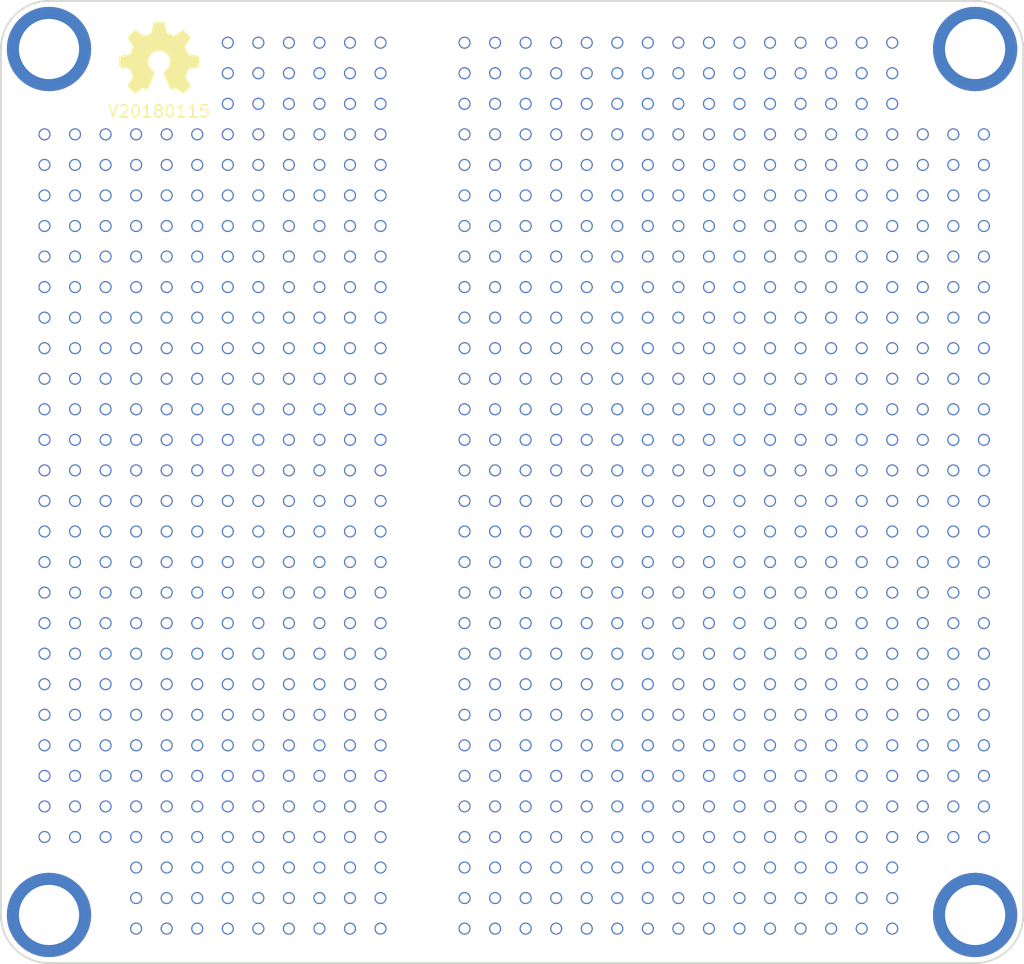
<source format=kicad_pcb>
(kicad_pcb (version 4) (host pcbnew 4.0.7-e2-6376~58~ubuntu17.04.1)

  (general
    (links 3)
    (no_connects 3)
    (area 107.424999 69.924999 192.575001 150.075001)
    (thickness 1.6)
    (drawings 8)
    (tracks 0)
    (zones 0)
    (modules 32)
    (nets 2)
  )

  (page A4)
  (layers
    (0 F.Cu signal)
    (31 B.Cu signal)
    (32 B.Adhes user)
    (33 F.Adhes user)
    (34 B.Paste user)
    (35 F.Paste user)
    (36 B.SilkS user)
    (37 F.SilkS user)
    (38 B.Mask user)
    (39 F.Mask user)
    (40 Dwgs.User user)
    (41 Cmts.User user)
    (42 Eco1.User user)
    (43 Eco2.User user)
    (44 Edge.Cuts user)
    (45 Margin user)
    (46 B.CrtYd user)
    (47 F.CrtYd user)
    (48 B.Fab user)
    (49 F.Fab user)
  )

  (setup
    (last_trace_width 0.1524)
    (user_trace_width 0.1524)
    (user_trace_width 0.2)
    (user_trace_width 0.3)
    (user_trace_width 0.4)
    (user_trace_width 0.6)
    (user_trace_width 1)
    (user_trace_width 1.5)
    (user_trace_width 2)
    (trace_clearance 0.1524)
    (zone_clearance 0.508)
    (zone_45_only no)
    (trace_min 0.1524)
    (segment_width 0.2)
    (edge_width 0.15)
    (via_size 0.4826)
    (via_drill 0.3048)
    (via_min_size 0.4826)
    (via_min_drill 0.3048)
    (user_via 0.4826 0.3048)
    (user_via 0.6 0.4)
    (user_via 0.8 0.6)
    (user_via 1 0.8)
    (user_via 1.3 1)
    (user_via 1.5 1.2)
    (user_via 1.7 1.4)
    (user_via 1.9 1.6)
    (uvia_size 0.4826)
    (uvia_drill 0.3048)
    (uvias_allowed no)
    (uvia_min_size 0.4826)
    (uvia_min_drill 0.3048)
    (pcb_text_width 0.3)
    (pcb_text_size 1.5 1.5)
    (mod_edge_width 0.15)
    (mod_text_size 1 1)
    (mod_text_width 0.15)
    (pad_size 1.524 1.524)
    (pad_drill 0.762)
    (pad_to_mask_clearance 0.2)
    (aux_axis_origin 0 0)
    (grid_origin 0 210)
    (visible_elements FFFFFF7F)
    (pcbplotparams
      (layerselection 0x00030_80000001)
      (usegerberextensions false)
      (excludeedgelayer true)
      (linewidth 0.100000)
      (plotframeref false)
      (viasonmask false)
      (mode 1)
      (useauxorigin false)
      (hpglpennumber 1)
      (hpglpenspeed 20)
      (hpglpendiameter 15)
      (hpglpenoverlay 2)
      (psnegative false)
      (psa4output false)
      (plotreference true)
      (plotvalue true)
      (plotinvisibletext false)
      (padsonsilk false)
      (subtractmaskfromsilk false)
      (outputformat 1)
      (mirror false)
      (drillshape 1)
      (scaleselection 1)
      (outputdirectory ""))
  )

  (net 0 "")
  (net 1 GNDREF)

  (net_class Default "This is the default net class."
    (clearance 0.1524)
    (trace_width 0.1524)
    (via_dia 0.4826)
    (via_drill 0.3048)
    (uvia_dia 0.4826)
    (uvia_drill 0.3048)
    (add_net GNDREF)
  )

  (module Symbols:OSHW-Symbol_6.7x6mm_SilkScreen (layer F.Cu) (tedit 0) (tstamp 5A135134)
    (at 120.65 74.745)
    (descr "Open Source Hardware Symbol")
    (tags "Logo Symbol OSHW")
    (path /5A135869)
    (attr virtual)
    (fp_text reference N1 (at 0 0) (layer F.SilkS) hide
      (effects (font (size 1 1) (thickness 0.15)))
    )
    (fp_text value OHWLOGO (at 0.75 0) (layer F.Fab) hide
      (effects (font (size 1 1) (thickness 0.15)))
    )
    (fp_poly (pts (xy 0.555814 -2.531069) (xy 0.639635 -2.086445) (xy 0.94892 -1.958947) (xy 1.258206 -1.831449)
      (xy 1.629246 -2.083754) (xy 1.733157 -2.154004) (xy 1.827087 -2.216728) (xy 1.906652 -2.269062)
      (xy 1.96747 -2.308143) (xy 2.005157 -2.331107) (xy 2.015421 -2.336058) (xy 2.03391 -2.323324)
      (xy 2.07342 -2.288118) (xy 2.129522 -2.234938) (xy 2.197787 -2.168282) (xy 2.273786 -2.092646)
      (xy 2.353092 -2.012528) (xy 2.431275 -1.932426) (xy 2.503907 -1.856836) (xy 2.566559 -1.790255)
      (xy 2.614803 -1.737182) (xy 2.64421 -1.702113) (xy 2.651241 -1.690377) (xy 2.641123 -1.66874)
      (xy 2.612759 -1.621338) (xy 2.569129 -1.552807) (xy 2.513218 -1.467785) (xy 2.448006 -1.370907)
      (xy 2.410219 -1.31565) (xy 2.341343 -1.214752) (xy 2.28014 -1.123701) (xy 2.229578 -1.04703)
      (xy 2.192628 -0.989272) (xy 2.172258 -0.954957) (xy 2.169197 -0.947746) (xy 2.176136 -0.927252)
      (xy 2.195051 -0.879487) (xy 2.223087 -0.811168) (xy 2.257391 -0.729011) (xy 2.295109 -0.63973)
      (xy 2.333387 -0.550042) (xy 2.36937 -0.466662) (xy 2.400206 -0.396306) (xy 2.423039 -0.34569)
      (xy 2.435017 -0.321529) (xy 2.435724 -0.320578) (xy 2.454531 -0.315964) (xy 2.504618 -0.305672)
      (xy 2.580793 -0.290713) (xy 2.677865 -0.272099) (xy 2.790643 -0.250841) (xy 2.856442 -0.238582)
      (xy 2.97695 -0.215638) (xy 3.085797 -0.193805) (xy 3.177476 -0.174278) (xy 3.246481 -0.158252)
      (xy 3.287304 -0.146921) (xy 3.295511 -0.143326) (xy 3.303548 -0.118994) (xy 3.310033 -0.064041)
      (xy 3.31497 0.015108) (xy 3.318364 0.112026) (xy 3.320218 0.220287) (xy 3.320538 0.333465)
      (xy 3.319327 0.445135) (xy 3.31659 0.548868) (xy 3.312331 0.638241) (xy 3.306555 0.706826)
      (xy 3.299267 0.748197) (xy 3.294895 0.75681) (xy 3.268764 0.767133) (xy 3.213393 0.781892)
      (xy 3.136107 0.799352) (xy 3.04423 0.81778) (xy 3.012158 0.823741) (xy 2.857524 0.852066)
      (xy 2.735375 0.874876) (xy 2.641673 0.89308) (xy 2.572384 0.907583) (xy 2.523471 0.919292)
      (xy 2.490897 0.929115) (xy 2.470628 0.937956) (xy 2.458626 0.946724) (xy 2.456947 0.948457)
      (xy 2.440184 0.976371) (xy 2.414614 1.030695) (xy 2.382788 1.104777) (xy 2.34726 1.191965)
      (xy 2.310583 1.285608) (xy 2.275311 1.379052) (xy 2.243996 1.465647) (xy 2.219193 1.53874)
      (xy 2.203454 1.591678) (xy 2.199332 1.617811) (xy 2.199676 1.618726) (xy 2.213641 1.640086)
      (xy 2.245322 1.687084) (xy 2.291391 1.754827) (xy 2.348518 1.838423) (xy 2.413373 1.932982)
      (xy 2.431843 1.959854) (xy 2.497699 2.057275) (xy 2.55565 2.146163) (xy 2.602538 2.221412)
      (xy 2.635207 2.27792) (xy 2.6505 2.310581) (xy 2.651241 2.314593) (xy 2.638392 2.335684)
      (xy 2.602888 2.377464) (xy 2.549293 2.435445) (xy 2.482171 2.505135) (xy 2.406087 2.582045)
      (xy 2.325604 2.661683) (xy 2.245287 2.739561) (xy 2.169699 2.811186) (xy 2.103405 2.87207)
      (xy 2.050969 2.917721) (xy 2.016955 2.94365) (xy 2.007545 2.947883) (xy 1.985643 2.937912)
      (xy 1.9408 2.91102) (xy 1.880321 2.871736) (xy 1.833789 2.840117) (xy 1.749475 2.782098)
      (xy 1.649626 2.713784) (xy 1.549473 2.645579) (xy 1.495627 2.609075) (xy 1.313371 2.4858)
      (xy 1.160381 2.56852) (xy 1.090682 2.604759) (xy 1.031414 2.632926) (xy 0.991311 2.648991)
      (xy 0.981103 2.651226) (xy 0.968829 2.634722) (xy 0.944613 2.588082) (xy 0.910263 2.515609)
      (xy 0.867588 2.421606) (xy 0.818394 2.310374) (xy 0.76449 2.186215) (xy 0.707684 2.053432)
      (xy 0.649782 1.916327) (xy 0.592593 1.779202) (xy 0.537924 1.646358) (xy 0.487584 1.522098)
      (xy 0.44338 1.410725) (xy 0.407119 1.316539) (xy 0.380609 1.243844) (xy 0.365658 1.196941)
      (xy 0.363254 1.180833) (xy 0.382311 1.160286) (xy 0.424036 1.126933) (xy 0.479706 1.087702)
      (xy 0.484378 1.084599) (xy 0.628264 0.969423) (xy 0.744283 0.835053) (xy 0.83143 0.685784)
      (xy 0.888699 0.525913) (xy 0.915086 0.359737) (xy 0.909585 0.191552) (xy 0.87119 0.025655)
      (xy 0.798895 -0.133658) (xy 0.777626 -0.168513) (xy 0.666996 -0.309263) (xy 0.536302 -0.422286)
      (xy 0.390064 -0.506997) (xy 0.232808 -0.562806) (xy 0.069057 -0.589126) (xy -0.096667 -0.58537)
      (xy -0.259838 -0.55095) (xy -0.415935 -0.485277) (xy -0.560433 -0.387765) (xy -0.605131 -0.348187)
      (xy -0.718888 -0.224297) (xy -0.801782 -0.093876) (xy -0.858644 0.052315) (xy -0.890313 0.197088)
      (xy -0.898131 0.35986) (xy -0.872062 0.52344) (xy -0.814755 0.682298) (xy -0.728856 0.830906)
      (xy -0.617014 0.963735) (xy -0.481877 1.075256) (xy -0.464117 1.087011) (xy -0.40785 1.125508)
      (xy -0.365077 1.158863) (xy -0.344628 1.18016) (xy -0.344331 1.180833) (xy -0.348721 1.203871)
      (xy -0.366124 1.256157) (xy -0.394732 1.33339) (xy -0.432735 1.431268) (xy -0.478326 1.545491)
      (xy -0.529697 1.671758) (xy -0.585038 1.805767) (xy -0.642542 1.943218) (xy -0.700399 2.079808)
      (xy -0.756802 2.211237) (xy -0.809942 2.333205) (xy -0.85801 2.441409) (xy -0.899199 2.531549)
      (xy -0.931699 2.599323) (xy -0.953703 2.64043) (xy -0.962564 2.651226) (xy -0.98964 2.642819)
      (xy -1.040303 2.620272) (xy -1.105817 2.587613) (xy -1.141841 2.56852) (xy -1.294832 2.4858)
      (xy -1.477088 2.609075) (xy -1.570125 2.672228) (xy -1.671985 2.741727) (xy -1.767438 2.807165)
      (xy -1.81525 2.840117) (xy -1.882495 2.885273) (xy -1.939436 2.921057) (xy -1.978646 2.942938)
      (xy -1.991381 2.947563) (xy -2.009917 2.935085) (xy -2.050941 2.900252) (xy -2.110475 2.846678)
      (xy -2.184542 2.777983) (xy -2.269165 2.697781) (xy -2.322685 2.646286) (xy -2.416319 2.554286)
      (xy -2.497241 2.471999) (xy -2.562177 2.402945) (xy -2.607858 2.350644) (xy -2.631011 2.318616)
      (xy -2.633232 2.312116) (xy -2.622924 2.287394) (xy -2.594439 2.237405) (xy -2.550937 2.167212)
      (xy -2.495577 2.081875) (xy -2.43152 1.986456) (xy -2.413303 1.959854) (xy -2.346927 1.863167)
      (xy -2.287378 1.776117) (xy -2.237984 1.703595) (xy -2.202075 1.650493) (xy -2.182981 1.621703)
      (xy -2.181136 1.618726) (xy -2.183895 1.595782) (xy -2.198538 1.545336) (xy -2.222513 1.474041)
      (xy -2.253266 1.388547) (xy -2.288244 1.295507) (xy -2.324893 1.201574) (xy -2.360661 1.113399)
      (xy -2.392994 1.037634) (xy -2.419338 0.980931) (xy -2.437142 0.949943) (xy -2.438407 0.948457)
      (xy -2.449294 0.939601) (xy -2.467682 0.930843) (xy -2.497606 0.921277) (xy -2.543103 0.909996)
      (xy -2.608209 0.896093) (xy -2.696961 0.878663) (xy -2.813393 0.856798) (xy -2.961542 0.829591)
      (xy -2.993618 0.823741) (xy -3.088686 0.805374) (xy -3.171565 0.787405) (xy -3.23493 0.771569)
      (xy -3.271458 0.7596) (xy -3.276356 0.75681) (xy -3.284427 0.732072) (xy -3.290987 0.67679)
      (xy -3.296033 0.597389) (xy -3.299559 0.500296) (xy -3.301561 0.391938) (xy -3.302036 0.27874)
      (xy -3.300977 0.167128) (xy -3.298382 0.063529) (xy -3.294246 -0.025632) (xy -3.288563 -0.093928)
      (xy -3.281331 -0.134934) (xy -3.276971 -0.143326) (xy -3.252698 -0.151792) (xy -3.197426 -0.165565)
      (xy -3.116662 -0.18345) (xy -3.015912 -0.204252) (xy -2.900683 -0.226777) (xy -2.837902 -0.238582)
      (xy -2.718787 -0.260849) (xy -2.612565 -0.281021) (xy -2.524427 -0.298085) (xy -2.459566 -0.311031)
      (xy -2.423174 -0.318845) (xy -2.417184 -0.320578) (xy -2.407061 -0.34011) (xy -2.385662 -0.387157)
      (xy -2.355839 -0.454997) (xy -2.320445 -0.536909) (xy -2.282332 -0.626172) (xy -2.244353 -0.716065)
      (xy -2.20936 -0.799865) (xy -2.180206 -0.870853) (xy -2.159743 -0.922306) (xy -2.150823 -0.947503)
      (xy -2.150657 -0.948604) (xy -2.160769 -0.968481) (xy -2.189117 -1.014223) (xy -2.232723 -1.081283)
      (xy -2.288606 -1.165116) (xy -2.353787 -1.261174) (xy -2.391679 -1.31635) (xy -2.460725 -1.417519)
      (xy -2.52205 -1.50937) (xy -2.572663 -1.587256) (xy -2.609571 -1.646531) (xy -2.629782 -1.682549)
      (xy -2.632701 -1.690623) (xy -2.620153 -1.709416) (xy -2.585463 -1.749543) (xy -2.533063 -1.806507)
      (xy -2.467384 -1.875815) (xy -2.392856 -1.952969) (xy -2.313913 -2.033475) (xy -2.234983 -2.112837)
      (xy -2.1605 -2.18656) (xy -2.094894 -2.250148) (xy -2.042596 -2.299106) (xy -2.008039 -2.328939)
      (xy -1.996478 -2.336058) (xy -1.977654 -2.326047) (xy -1.932631 -2.297922) (xy -1.865787 -2.254546)
      (xy -1.781499 -2.198782) (xy -1.684144 -2.133494) (xy -1.610707 -2.083754) (xy -1.239667 -1.831449)
      (xy -0.621095 -2.086445) (xy -0.537275 -2.531069) (xy -0.453454 -2.975693) (xy 0.471994 -2.975693)
      (xy 0.555814 -2.531069)) (layer F.SilkS) (width 0.01))
  )

  (module SquantorLabels:Label_version (layer F.Cu) (tedit 59D3ED5E) (tstamp 5A135138)
    (at 120.65 79.19 180)
    (path /5A1357A5)
    (fp_text reference N2 (at 0 2 180) (layer F.Fab) hide
      (effects (font (size 1 1) (thickness 0.15)))
    )
    (fp_text value V20180115 (at 0 0 180) (layer F.SilkS)
      (effects (font (size 1 1) (thickness 0.15)))
    )
  )

  (module SquantorPcbOutline:MountingHole_5mm_7mm_metal locked (layer F.Cu) (tedit 5A6F949B) (tstamp 5A6F950D)
    (at 111.5 74)
    (path /5A5D1B24)
    (fp_text reference H1 (at 0 5) (layer F.SilkS) hide
      (effects (font (size 1 1) (thickness 0.15)))
    )
    (fp_text value Drill_Hole_connected (at 0 -5) (layer F.Fab) hide
      (effects (font (size 1 1) (thickness 0.15)))
    )
    (pad S thru_hole circle (at 0 0) (size 7 7) (drill 5) (layers *.Cu *.Mask)
      (net 1 GNDREF))
  )

  (module SquantorPcbOutline:MountingHole_5mm_7mm_metal locked (layer F.Cu) (tedit 5A6F9491) (tstamp 5A6F9511)
    (at 188.5 74)
    (path /5A5D1AAB)
    (fp_text reference H2 (at 0 5) (layer F.SilkS) hide
      (effects (font (size 1 1) (thickness 0.15)))
    )
    (fp_text value Drill_Hole_connected (at 0 -5) (layer F.Fab) hide
      (effects (font (size 1 1) (thickness 0.15)))
    )
    (pad S thru_hole circle (at 0 0) (size 7 7) (drill 5) (layers *.Cu *.Mask)
      (net 1 GNDREF))
  )

  (module SquantorPcbOutline:MountingHole_5mm_7mm_metal locked (layer F.Cu) (tedit 5A6F948E) (tstamp 5A6F9515)
    (at 188.5 146)
    (path /5A5D1A2B)
    (fp_text reference H3 (at 0 5) (layer F.SilkS) hide
      (effects (font (size 1 1) (thickness 0.15)))
    )
    (fp_text value Drill_Hole_connected (at 0 -5) (layer F.Fab) hide
      (effects (font (size 1 1) (thickness 0.15)))
    )
    (pad S thru_hole circle (at 0 0) (size 7 7) (drill 5) (layers *.Cu *.Mask)
      (net 1 GNDREF))
  )

  (module SquantorPcbOutline:MountingHole_5mm_7mm_metal locked (layer F.Cu) (tedit 5A6F9496) (tstamp 5A6F9519)
    (at 111.5 146)
    (path /5A5D17A8)
    (fp_text reference H4 (at 0 5) (layer F.SilkS) hide
      (effects (font (size 1 1) (thickness 0.15)))
    )
    (fp_text value Drill_Hole_connected (at 0 -5) (layer F.Fab) hide
      (effects (font (size 1 1) (thickness 0.15)))
    )
    (pad S thru_hole circle (at 0 0) (size 7 7) (drill 5) (layers *.Cu *.Mask)
      (net 1 GNDREF))
  )

  (module SquantorProto:proto-TH-0254-06X06-P010SQ-H008 (layer F.Cu) (tedit 5A6F8FBA) (tstamp 5A6F9445)
    (at 117.475 133.165)
    (path /5A6F9294)
    (fp_text reference J1 (at 0 -8.89) (layer F.SilkS) hide
      (effects (font (size 1 1) (thickness 0.15)))
    )
    (fp_text value Proto (at 0 8.89) (layer F.Fab) hide
      (effects (font (size 1 1) (thickness 0.15)))
    )
    (pad 1 thru_hole circle (at -6.35 -6.35) (size 1 1) (drill 0.8) (layers *.Cu *.Mask))
    (pad 2 thru_hole circle (at -3.81 -6.35) (size 1 1) (drill 0.8) (layers *.Cu *.Mask))
    (pad 3 thru_hole circle (at -1.27 -6.35) (size 1 1) (drill 0.8) (layers *.Cu *.Mask))
    (pad 4 thru_hole circle (at 1.27 -6.35) (size 1 1) (drill 0.8) (layers *.Cu *.Mask))
    (pad 5 thru_hole circle (at -6.35 -3.81) (size 1 1) (drill 0.8) (layers *.Cu *.Mask))
    (pad 6 thru_hole circle (at -3.81 -3.81) (size 1 1) (drill 0.8) (layers *.Cu *.Mask))
    (pad 7 thru_hole circle (at -1.27 -3.81) (size 1 1) (drill 0.8) (layers *.Cu *.Mask))
    (pad 8 thru_hole circle (at 1.27 -3.81) (size 1 1) (drill 0.8) (layers *.Cu *.Mask))
    (pad 9 thru_hole circle (at -6.35 -1.27) (size 1 1) (drill 0.8) (layers *.Cu *.Mask))
    (pad 10 thru_hole circle (at -3.81 -1.27) (size 1 1) (drill 0.8) (layers *.Cu *.Mask))
    (pad 11 thru_hole circle (at -1.27 -1.27) (size 1 1) (drill 0.8) (layers *.Cu *.Mask))
    (pad 12 thru_hole circle (at 1.27 -1.27) (size 1 1) (drill 0.8) (layers *.Cu *.Mask))
    (pad 13 thru_hole circle (at -6.35 1.27) (size 1 1) (drill 0.8) (layers *.Cu *.Mask))
    (pad 14 thru_hole circle (at -3.81 1.27) (size 1 1) (drill 0.8) (layers *.Cu *.Mask))
    (pad 15 thru_hole circle (at -1.27 1.27) (size 1 1) (drill 0.8) (layers *.Cu *.Mask))
    (pad 16 thru_hole circle (at 1.27 1.27) (size 1 1) (drill 0.8) (layers *.Cu *.Mask))
    (pad 17 thru_hole circle (at 3.81 -6.35) (size 1 1) (drill 0.8) (layers *.Cu *.Mask))
    (pad 18 thru_hole circle (at 6.35 -6.35) (size 1 1) (drill 0.8) (layers *.Cu *.Mask))
    (pad 19 thru_hole circle (at 3.81 -3.81) (size 1 1) (drill 0.8) (layers *.Cu *.Mask))
    (pad 20 thru_hole circle (at 6.35 -3.81) (size 1 1) (drill 0.8) (layers *.Cu *.Mask))
    (pad 21 thru_hole circle (at 3.81 -1.27) (size 1 1) (drill 0.8) (layers *.Cu *.Mask))
    (pad 22 thru_hole circle (at 6.35 -1.27) (size 1 1) (drill 0.8) (layers *.Cu *.Mask))
    (pad 23 thru_hole circle (at 3.81 1.27) (size 1 1) (drill 0.8) (layers *.Cu *.Mask))
    (pad 24 thru_hole circle (at 6.35 1.27) (size 1 1) (drill 0.8) (layers *.Cu *.Mask))
    (pad 25 thru_hole circle (at -6.35 3.81) (size 1 1) (drill 0.8) (layers *.Cu *.Mask))
    (pad 26 thru_hole circle (at -3.81 3.81) (size 1 1) (drill 0.8) (layers *.Cu *.Mask))
    (pad 27 thru_hole circle (at -1.27 3.81) (size 1 1) (drill 0.8) (layers *.Cu *.Mask))
    (pad 28 thru_hole circle (at 1.27 3.81) (size 1 1) (drill 0.8) (layers *.Cu *.Mask))
    (pad 29 thru_hole circle (at 3.81 3.81) (size 1 1) (drill 0.8) (layers *.Cu *.Mask))
    (pad 30 thru_hole circle (at 6.35 3.81) (size 1 1) (drill 0.8) (layers *.Cu *.Mask))
    (pad 31 thru_hole circle (at -6.35 6.35) (size 1 1) (drill 0.8) (layers *.Cu *.Mask))
    (pad 32 thru_hole circle (at -3.81 6.35) (size 1 1) (drill 0.8) (layers *.Cu *.Mask))
    (pad 33 thru_hole circle (at -1.27 6.35) (size 1 1) (drill 0.8) (layers *.Cu *.Mask))
    (pad 34 thru_hole circle (at 1.27 6.35) (size 1 1) (drill 0.8) (layers *.Cu *.Mask))
    (pad 35 thru_hole circle (at 3.81 6.35) (size 1 1) (drill 0.8) (layers *.Cu *.Mask))
    (pad 36 thru_hole circle (at 6.35 6.35) (size 1 1) (drill 0.8) (layers *.Cu *.Mask))
  )

  (module SquantorProto:proto-TH-0254-06X06-P010SQ-H008 (layer F.Cu) (tedit 5A6F8FBA) (tstamp 5A6F946D)
    (at 117.475 117.925)
    (path /5A6F924B)
    (fp_text reference J2 (at 0 -8.89) (layer F.SilkS) hide
      (effects (font (size 1 1) (thickness 0.15)))
    )
    (fp_text value Proto (at 0 8.89) (layer F.Fab) hide
      (effects (font (size 1 1) (thickness 0.15)))
    )
    (pad 1 thru_hole circle (at -6.35 -6.35) (size 1 1) (drill 0.8) (layers *.Cu *.Mask))
    (pad 2 thru_hole circle (at -3.81 -6.35) (size 1 1) (drill 0.8) (layers *.Cu *.Mask))
    (pad 3 thru_hole circle (at -1.27 -6.35) (size 1 1) (drill 0.8) (layers *.Cu *.Mask))
    (pad 4 thru_hole circle (at 1.27 -6.35) (size 1 1) (drill 0.8) (layers *.Cu *.Mask))
    (pad 5 thru_hole circle (at -6.35 -3.81) (size 1 1) (drill 0.8) (layers *.Cu *.Mask))
    (pad 6 thru_hole circle (at -3.81 -3.81) (size 1 1) (drill 0.8) (layers *.Cu *.Mask))
    (pad 7 thru_hole circle (at -1.27 -3.81) (size 1 1) (drill 0.8) (layers *.Cu *.Mask))
    (pad 8 thru_hole circle (at 1.27 -3.81) (size 1 1) (drill 0.8) (layers *.Cu *.Mask))
    (pad 9 thru_hole circle (at -6.35 -1.27) (size 1 1) (drill 0.8) (layers *.Cu *.Mask))
    (pad 10 thru_hole circle (at -3.81 -1.27) (size 1 1) (drill 0.8) (layers *.Cu *.Mask))
    (pad 11 thru_hole circle (at -1.27 -1.27) (size 1 1) (drill 0.8) (layers *.Cu *.Mask))
    (pad 12 thru_hole circle (at 1.27 -1.27) (size 1 1) (drill 0.8) (layers *.Cu *.Mask))
    (pad 13 thru_hole circle (at -6.35 1.27) (size 1 1) (drill 0.8) (layers *.Cu *.Mask))
    (pad 14 thru_hole circle (at -3.81 1.27) (size 1 1) (drill 0.8) (layers *.Cu *.Mask))
    (pad 15 thru_hole circle (at -1.27 1.27) (size 1 1) (drill 0.8) (layers *.Cu *.Mask))
    (pad 16 thru_hole circle (at 1.27 1.27) (size 1 1) (drill 0.8) (layers *.Cu *.Mask))
    (pad 17 thru_hole circle (at 3.81 -6.35) (size 1 1) (drill 0.8) (layers *.Cu *.Mask))
    (pad 18 thru_hole circle (at 6.35 -6.35) (size 1 1) (drill 0.8) (layers *.Cu *.Mask))
    (pad 19 thru_hole circle (at 3.81 -3.81) (size 1 1) (drill 0.8) (layers *.Cu *.Mask))
    (pad 20 thru_hole circle (at 6.35 -3.81) (size 1 1) (drill 0.8) (layers *.Cu *.Mask))
    (pad 21 thru_hole circle (at 3.81 -1.27) (size 1 1) (drill 0.8) (layers *.Cu *.Mask))
    (pad 22 thru_hole circle (at 6.35 -1.27) (size 1 1) (drill 0.8) (layers *.Cu *.Mask))
    (pad 23 thru_hole circle (at 3.81 1.27) (size 1 1) (drill 0.8) (layers *.Cu *.Mask))
    (pad 24 thru_hole circle (at 6.35 1.27) (size 1 1) (drill 0.8) (layers *.Cu *.Mask))
    (pad 25 thru_hole circle (at -6.35 3.81) (size 1 1) (drill 0.8) (layers *.Cu *.Mask))
    (pad 26 thru_hole circle (at -3.81 3.81) (size 1 1) (drill 0.8) (layers *.Cu *.Mask))
    (pad 27 thru_hole circle (at -1.27 3.81) (size 1 1) (drill 0.8) (layers *.Cu *.Mask))
    (pad 28 thru_hole circle (at 1.27 3.81) (size 1 1) (drill 0.8) (layers *.Cu *.Mask))
    (pad 29 thru_hole circle (at 3.81 3.81) (size 1 1) (drill 0.8) (layers *.Cu *.Mask))
    (pad 30 thru_hole circle (at 6.35 3.81) (size 1 1) (drill 0.8) (layers *.Cu *.Mask))
    (pad 31 thru_hole circle (at -6.35 6.35) (size 1 1) (drill 0.8) (layers *.Cu *.Mask))
    (pad 32 thru_hole circle (at -3.81 6.35) (size 1 1) (drill 0.8) (layers *.Cu *.Mask))
    (pad 33 thru_hole circle (at -1.27 6.35) (size 1 1) (drill 0.8) (layers *.Cu *.Mask))
    (pad 34 thru_hole circle (at 1.27 6.35) (size 1 1) (drill 0.8) (layers *.Cu *.Mask))
    (pad 35 thru_hole circle (at 3.81 6.35) (size 1 1) (drill 0.8) (layers *.Cu *.Mask))
    (pad 36 thru_hole circle (at 6.35 6.35) (size 1 1) (drill 0.8) (layers *.Cu *.Mask))
  )

  (module SquantorProto:proto-TH-0254-06X06-P010SQ-H008 (layer F.Cu) (tedit 5A6F8FBA) (tstamp 5A6F9495)
    (at 117.475 102.685)
    (path /5A6F9205)
    (fp_text reference J3 (at 0 -8.89) (layer F.SilkS) hide
      (effects (font (size 1 1) (thickness 0.15)))
    )
    (fp_text value Proto (at 0 8.89) (layer F.Fab) hide
      (effects (font (size 1 1) (thickness 0.15)))
    )
    (pad 1 thru_hole circle (at -6.35 -6.35) (size 1 1) (drill 0.8) (layers *.Cu *.Mask))
    (pad 2 thru_hole circle (at -3.81 -6.35) (size 1 1) (drill 0.8) (layers *.Cu *.Mask))
    (pad 3 thru_hole circle (at -1.27 -6.35) (size 1 1) (drill 0.8) (layers *.Cu *.Mask))
    (pad 4 thru_hole circle (at 1.27 -6.35) (size 1 1) (drill 0.8) (layers *.Cu *.Mask))
    (pad 5 thru_hole circle (at -6.35 -3.81) (size 1 1) (drill 0.8) (layers *.Cu *.Mask))
    (pad 6 thru_hole circle (at -3.81 -3.81) (size 1 1) (drill 0.8) (layers *.Cu *.Mask))
    (pad 7 thru_hole circle (at -1.27 -3.81) (size 1 1) (drill 0.8) (layers *.Cu *.Mask))
    (pad 8 thru_hole circle (at 1.27 -3.81) (size 1 1) (drill 0.8) (layers *.Cu *.Mask))
    (pad 9 thru_hole circle (at -6.35 -1.27) (size 1 1) (drill 0.8) (layers *.Cu *.Mask))
    (pad 10 thru_hole circle (at -3.81 -1.27) (size 1 1) (drill 0.8) (layers *.Cu *.Mask))
    (pad 11 thru_hole circle (at -1.27 -1.27) (size 1 1) (drill 0.8) (layers *.Cu *.Mask))
    (pad 12 thru_hole circle (at 1.27 -1.27) (size 1 1) (drill 0.8) (layers *.Cu *.Mask))
    (pad 13 thru_hole circle (at -6.35 1.27) (size 1 1) (drill 0.8) (layers *.Cu *.Mask))
    (pad 14 thru_hole circle (at -3.81 1.27) (size 1 1) (drill 0.8) (layers *.Cu *.Mask))
    (pad 15 thru_hole circle (at -1.27 1.27) (size 1 1) (drill 0.8) (layers *.Cu *.Mask))
    (pad 16 thru_hole circle (at 1.27 1.27) (size 1 1) (drill 0.8) (layers *.Cu *.Mask))
    (pad 17 thru_hole circle (at 3.81 -6.35) (size 1 1) (drill 0.8) (layers *.Cu *.Mask))
    (pad 18 thru_hole circle (at 6.35 -6.35) (size 1 1) (drill 0.8) (layers *.Cu *.Mask))
    (pad 19 thru_hole circle (at 3.81 -3.81) (size 1 1) (drill 0.8) (layers *.Cu *.Mask))
    (pad 20 thru_hole circle (at 6.35 -3.81) (size 1 1) (drill 0.8) (layers *.Cu *.Mask))
    (pad 21 thru_hole circle (at 3.81 -1.27) (size 1 1) (drill 0.8) (layers *.Cu *.Mask))
    (pad 22 thru_hole circle (at 6.35 -1.27) (size 1 1) (drill 0.8) (layers *.Cu *.Mask))
    (pad 23 thru_hole circle (at 3.81 1.27) (size 1 1) (drill 0.8) (layers *.Cu *.Mask))
    (pad 24 thru_hole circle (at 6.35 1.27) (size 1 1) (drill 0.8) (layers *.Cu *.Mask))
    (pad 25 thru_hole circle (at -6.35 3.81) (size 1 1) (drill 0.8) (layers *.Cu *.Mask))
    (pad 26 thru_hole circle (at -3.81 3.81) (size 1 1) (drill 0.8) (layers *.Cu *.Mask))
    (pad 27 thru_hole circle (at -1.27 3.81) (size 1 1) (drill 0.8) (layers *.Cu *.Mask))
    (pad 28 thru_hole circle (at 1.27 3.81) (size 1 1) (drill 0.8) (layers *.Cu *.Mask))
    (pad 29 thru_hole circle (at 3.81 3.81) (size 1 1) (drill 0.8) (layers *.Cu *.Mask))
    (pad 30 thru_hole circle (at 6.35 3.81) (size 1 1) (drill 0.8) (layers *.Cu *.Mask))
    (pad 31 thru_hole circle (at -6.35 6.35) (size 1 1) (drill 0.8) (layers *.Cu *.Mask))
    (pad 32 thru_hole circle (at -3.81 6.35) (size 1 1) (drill 0.8) (layers *.Cu *.Mask))
    (pad 33 thru_hole circle (at -1.27 6.35) (size 1 1) (drill 0.8) (layers *.Cu *.Mask))
    (pad 34 thru_hole circle (at 1.27 6.35) (size 1 1) (drill 0.8) (layers *.Cu *.Mask))
    (pad 35 thru_hole circle (at 3.81 6.35) (size 1 1) (drill 0.8) (layers *.Cu *.Mask))
    (pad 36 thru_hole circle (at 6.35 6.35) (size 1 1) (drill 0.8) (layers *.Cu *.Mask))
  )

  (module SquantorProto:proto-TH-0254-06X06-P010SQ-H008 (layer F.Cu) (tedit 5A6F8FBA) (tstamp 5A6F94BD)
    (at 117.475 87.445)
    (path /5A6F91C8)
    (fp_text reference J4 (at 0 -8.89) (layer F.SilkS) hide
      (effects (font (size 1 1) (thickness 0.15)))
    )
    (fp_text value Proto (at 0 8.89) (layer F.Fab) hide
      (effects (font (size 1 1) (thickness 0.15)))
    )
    (pad 1 thru_hole circle (at -6.35 -6.35) (size 1 1) (drill 0.8) (layers *.Cu *.Mask))
    (pad 2 thru_hole circle (at -3.81 -6.35) (size 1 1) (drill 0.8) (layers *.Cu *.Mask))
    (pad 3 thru_hole circle (at -1.27 -6.35) (size 1 1) (drill 0.8) (layers *.Cu *.Mask))
    (pad 4 thru_hole circle (at 1.27 -6.35) (size 1 1) (drill 0.8) (layers *.Cu *.Mask))
    (pad 5 thru_hole circle (at -6.35 -3.81) (size 1 1) (drill 0.8) (layers *.Cu *.Mask))
    (pad 6 thru_hole circle (at -3.81 -3.81) (size 1 1) (drill 0.8) (layers *.Cu *.Mask))
    (pad 7 thru_hole circle (at -1.27 -3.81) (size 1 1) (drill 0.8) (layers *.Cu *.Mask))
    (pad 8 thru_hole circle (at 1.27 -3.81) (size 1 1) (drill 0.8) (layers *.Cu *.Mask))
    (pad 9 thru_hole circle (at -6.35 -1.27) (size 1 1) (drill 0.8) (layers *.Cu *.Mask))
    (pad 10 thru_hole circle (at -3.81 -1.27) (size 1 1) (drill 0.8) (layers *.Cu *.Mask))
    (pad 11 thru_hole circle (at -1.27 -1.27) (size 1 1) (drill 0.8) (layers *.Cu *.Mask))
    (pad 12 thru_hole circle (at 1.27 -1.27) (size 1 1) (drill 0.8) (layers *.Cu *.Mask))
    (pad 13 thru_hole circle (at -6.35 1.27) (size 1 1) (drill 0.8) (layers *.Cu *.Mask))
    (pad 14 thru_hole circle (at -3.81 1.27) (size 1 1) (drill 0.8) (layers *.Cu *.Mask))
    (pad 15 thru_hole circle (at -1.27 1.27) (size 1 1) (drill 0.8) (layers *.Cu *.Mask))
    (pad 16 thru_hole circle (at 1.27 1.27) (size 1 1) (drill 0.8) (layers *.Cu *.Mask))
    (pad 17 thru_hole circle (at 3.81 -6.35) (size 1 1) (drill 0.8) (layers *.Cu *.Mask))
    (pad 18 thru_hole circle (at 6.35 -6.35) (size 1 1) (drill 0.8) (layers *.Cu *.Mask))
    (pad 19 thru_hole circle (at 3.81 -3.81) (size 1 1) (drill 0.8) (layers *.Cu *.Mask))
    (pad 20 thru_hole circle (at 6.35 -3.81) (size 1 1) (drill 0.8) (layers *.Cu *.Mask))
    (pad 21 thru_hole circle (at 3.81 -1.27) (size 1 1) (drill 0.8) (layers *.Cu *.Mask))
    (pad 22 thru_hole circle (at 6.35 -1.27) (size 1 1) (drill 0.8) (layers *.Cu *.Mask))
    (pad 23 thru_hole circle (at 3.81 1.27) (size 1 1) (drill 0.8) (layers *.Cu *.Mask))
    (pad 24 thru_hole circle (at 6.35 1.27) (size 1 1) (drill 0.8) (layers *.Cu *.Mask))
    (pad 25 thru_hole circle (at -6.35 3.81) (size 1 1) (drill 0.8) (layers *.Cu *.Mask))
    (pad 26 thru_hole circle (at -3.81 3.81) (size 1 1) (drill 0.8) (layers *.Cu *.Mask))
    (pad 27 thru_hole circle (at -1.27 3.81) (size 1 1) (drill 0.8) (layers *.Cu *.Mask))
    (pad 28 thru_hole circle (at 1.27 3.81) (size 1 1) (drill 0.8) (layers *.Cu *.Mask))
    (pad 29 thru_hole circle (at 3.81 3.81) (size 1 1) (drill 0.8) (layers *.Cu *.Mask))
    (pad 30 thru_hole circle (at 6.35 3.81) (size 1 1) (drill 0.8) (layers *.Cu *.Mask))
    (pad 31 thru_hole circle (at -6.35 6.35) (size 1 1) (drill 0.8) (layers *.Cu *.Mask))
    (pad 32 thru_hole circle (at -3.81 6.35) (size 1 1) (drill 0.8) (layers *.Cu *.Mask))
    (pad 33 thru_hole circle (at -1.27 6.35) (size 1 1) (drill 0.8) (layers *.Cu *.Mask))
    (pad 34 thru_hole circle (at 1.27 6.35) (size 1 1) (drill 0.8) (layers *.Cu *.Mask))
    (pad 35 thru_hole circle (at 3.81 6.35) (size 1 1) (drill 0.8) (layers *.Cu *.Mask))
    (pad 36 thru_hole circle (at 6.35 6.35) (size 1 1) (drill 0.8) (layers *.Cu *.Mask))
  )

  (module SquantorProto:proto-TH-0254-06X06-P010SQ-H008 (layer F.Cu) (tedit 5A6F8FBA) (tstamp 5A6F94E5)
    (at 132.715 140.785)
    (path /5A6F917C)
    (fp_text reference J5 (at 0 -8.89) (layer F.SilkS) hide
      (effects (font (size 1 1) (thickness 0.15)))
    )
    (fp_text value Proto (at 0 8.89) (layer F.Fab) hide
      (effects (font (size 1 1) (thickness 0.15)))
    )
    (pad 1 thru_hole circle (at -6.35 -6.35) (size 1 1) (drill 0.8) (layers *.Cu *.Mask))
    (pad 2 thru_hole circle (at -3.81 -6.35) (size 1 1) (drill 0.8) (layers *.Cu *.Mask))
    (pad 3 thru_hole circle (at -1.27 -6.35) (size 1 1) (drill 0.8) (layers *.Cu *.Mask))
    (pad 4 thru_hole circle (at 1.27 -6.35) (size 1 1) (drill 0.8) (layers *.Cu *.Mask))
    (pad 5 thru_hole circle (at -6.35 -3.81) (size 1 1) (drill 0.8) (layers *.Cu *.Mask))
    (pad 6 thru_hole circle (at -3.81 -3.81) (size 1 1) (drill 0.8) (layers *.Cu *.Mask))
    (pad 7 thru_hole circle (at -1.27 -3.81) (size 1 1) (drill 0.8) (layers *.Cu *.Mask))
    (pad 8 thru_hole circle (at 1.27 -3.81) (size 1 1) (drill 0.8) (layers *.Cu *.Mask))
    (pad 9 thru_hole circle (at -6.35 -1.27) (size 1 1) (drill 0.8) (layers *.Cu *.Mask))
    (pad 10 thru_hole circle (at -3.81 -1.27) (size 1 1) (drill 0.8) (layers *.Cu *.Mask))
    (pad 11 thru_hole circle (at -1.27 -1.27) (size 1 1) (drill 0.8) (layers *.Cu *.Mask))
    (pad 12 thru_hole circle (at 1.27 -1.27) (size 1 1) (drill 0.8) (layers *.Cu *.Mask))
    (pad 13 thru_hole circle (at -6.35 1.27) (size 1 1) (drill 0.8) (layers *.Cu *.Mask))
    (pad 14 thru_hole circle (at -3.81 1.27) (size 1 1) (drill 0.8) (layers *.Cu *.Mask))
    (pad 15 thru_hole circle (at -1.27 1.27) (size 1 1) (drill 0.8) (layers *.Cu *.Mask))
    (pad 16 thru_hole circle (at 1.27 1.27) (size 1 1) (drill 0.8) (layers *.Cu *.Mask))
    (pad 17 thru_hole circle (at 3.81 -6.35) (size 1 1) (drill 0.8) (layers *.Cu *.Mask))
    (pad 18 thru_hole circle (at 6.35 -6.35) (size 1 1) (drill 0.8) (layers *.Cu *.Mask))
    (pad 19 thru_hole circle (at 3.81 -3.81) (size 1 1) (drill 0.8) (layers *.Cu *.Mask))
    (pad 20 thru_hole circle (at 6.35 -3.81) (size 1 1) (drill 0.8) (layers *.Cu *.Mask))
    (pad 21 thru_hole circle (at 3.81 -1.27) (size 1 1) (drill 0.8) (layers *.Cu *.Mask))
    (pad 22 thru_hole circle (at 6.35 -1.27) (size 1 1) (drill 0.8) (layers *.Cu *.Mask))
    (pad 23 thru_hole circle (at 3.81 1.27) (size 1 1) (drill 0.8) (layers *.Cu *.Mask))
    (pad 24 thru_hole circle (at 6.35 1.27) (size 1 1) (drill 0.8) (layers *.Cu *.Mask))
    (pad 25 thru_hole circle (at -6.35 3.81) (size 1 1) (drill 0.8) (layers *.Cu *.Mask))
    (pad 26 thru_hole circle (at -3.81 3.81) (size 1 1) (drill 0.8) (layers *.Cu *.Mask))
    (pad 27 thru_hole circle (at -1.27 3.81) (size 1 1) (drill 0.8) (layers *.Cu *.Mask))
    (pad 28 thru_hole circle (at 1.27 3.81) (size 1 1) (drill 0.8) (layers *.Cu *.Mask))
    (pad 29 thru_hole circle (at 3.81 3.81) (size 1 1) (drill 0.8) (layers *.Cu *.Mask))
    (pad 30 thru_hole circle (at 6.35 3.81) (size 1 1) (drill 0.8) (layers *.Cu *.Mask))
    (pad 31 thru_hole circle (at -6.35 6.35) (size 1 1) (drill 0.8) (layers *.Cu *.Mask))
    (pad 32 thru_hole circle (at -3.81 6.35) (size 1 1) (drill 0.8) (layers *.Cu *.Mask))
    (pad 33 thru_hole circle (at -1.27 6.35) (size 1 1) (drill 0.8) (layers *.Cu *.Mask))
    (pad 34 thru_hole circle (at 1.27 6.35) (size 1 1) (drill 0.8) (layers *.Cu *.Mask))
    (pad 35 thru_hole circle (at 3.81 6.35) (size 1 1) (drill 0.8) (layers *.Cu *.Mask))
    (pad 36 thru_hole circle (at 6.35 6.35) (size 1 1) (drill 0.8) (layers *.Cu *.Mask))
  )

  (module SquantorProto:proto-TH-0254-06X06-P010SQ-H008 (layer F.Cu) (tedit 5A6F8FBA) (tstamp 5A6F950D)
    (at 132.715 125.545)
    (path /5A6F8F2E)
    (fp_text reference J6 (at 0 -8.89) (layer F.SilkS) hide
      (effects (font (size 1 1) (thickness 0.15)))
    )
    (fp_text value Proto (at 0 8.89) (layer F.Fab) hide
      (effects (font (size 1 1) (thickness 0.15)))
    )
    (pad 1 thru_hole circle (at -6.35 -6.35) (size 1 1) (drill 0.8) (layers *.Cu *.Mask))
    (pad 2 thru_hole circle (at -3.81 -6.35) (size 1 1) (drill 0.8) (layers *.Cu *.Mask))
    (pad 3 thru_hole circle (at -1.27 -6.35) (size 1 1) (drill 0.8) (layers *.Cu *.Mask))
    (pad 4 thru_hole circle (at 1.27 -6.35) (size 1 1) (drill 0.8) (layers *.Cu *.Mask))
    (pad 5 thru_hole circle (at -6.35 -3.81) (size 1 1) (drill 0.8) (layers *.Cu *.Mask))
    (pad 6 thru_hole circle (at -3.81 -3.81) (size 1 1) (drill 0.8) (layers *.Cu *.Mask))
    (pad 7 thru_hole circle (at -1.27 -3.81) (size 1 1) (drill 0.8) (layers *.Cu *.Mask))
    (pad 8 thru_hole circle (at 1.27 -3.81) (size 1 1) (drill 0.8) (layers *.Cu *.Mask))
    (pad 9 thru_hole circle (at -6.35 -1.27) (size 1 1) (drill 0.8) (layers *.Cu *.Mask))
    (pad 10 thru_hole circle (at -3.81 -1.27) (size 1 1) (drill 0.8) (layers *.Cu *.Mask))
    (pad 11 thru_hole circle (at -1.27 -1.27) (size 1 1) (drill 0.8) (layers *.Cu *.Mask))
    (pad 12 thru_hole circle (at 1.27 -1.27) (size 1 1) (drill 0.8) (layers *.Cu *.Mask))
    (pad 13 thru_hole circle (at -6.35 1.27) (size 1 1) (drill 0.8) (layers *.Cu *.Mask))
    (pad 14 thru_hole circle (at -3.81 1.27) (size 1 1) (drill 0.8) (layers *.Cu *.Mask))
    (pad 15 thru_hole circle (at -1.27 1.27) (size 1 1) (drill 0.8) (layers *.Cu *.Mask))
    (pad 16 thru_hole circle (at 1.27 1.27) (size 1 1) (drill 0.8) (layers *.Cu *.Mask))
    (pad 17 thru_hole circle (at 3.81 -6.35) (size 1 1) (drill 0.8) (layers *.Cu *.Mask))
    (pad 18 thru_hole circle (at 6.35 -6.35) (size 1 1) (drill 0.8) (layers *.Cu *.Mask))
    (pad 19 thru_hole circle (at 3.81 -3.81) (size 1 1) (drill 0.8) (layers *.Cu *.Mask))
    (pad 20 thru_hole circle (at 6.35 -3.81) (size 1 1) (drill 0.8) (layers *.Cu *.Mask))
    (pad 21 thru_hole circle (at 3.81 -1.27) (size 1 1) (drill 0.8) (layers *.Cu *.Mask))
    (pad 22 thru_hole circle (at 6.35 -1.27) (size 1 1) (drill 0.8) (layers *.Cu *.Mask))
    (pad 23 thru_hole circle (at 3.81 1.27) (size 1 1) (drill 0.8) (layers *.Cu *.Mask))
    (pad 24 thru_hole circle (at 6.35 1.27) (size 1 1) (drill 0.8) (layers *.Cu *.Mask))
    (pad 25 thru_hole circle (at -6.35 3.81) (size 1 1) (drill 0.8) (layers *.Cu *.Mask))
    (pad 26 thru_hole circle (at -3.81 3.81) (size 1 1) (drill 0.8) (layers *.Cu *.Mask))
    (pad 27 thru_hole circle (at -1.27 3.81) (size 1 1) (drill 0.8) (layers *.Cu *.Mask))
    (pad 28 thru_hole circle (at 1.27 3.81) (size 1 1) (drill 0.8) (layers *.Cu *.Mask))
    (pad 29 thru_hole circle (at 3.81 3.81) (size 1 1) (drill 0.8) (layers *.Cu *.Mask))
    (pad 30 thru_hole circle (at 6.35 3.81) (size 1 1) (drill 0.8) (layers *.Cu *.Mask))
    (pad 31 thru_hole circle (at -6.35 6.35) (size 1 1) (drill 0.8) (layers *.Cu *.Mask))
    (pad 32 thru_hole circle (at -3.81 6.35) (size 1 1) (drill 0.8) (layers *.Cu *.Mask))
    (pad 33 thru_hole circle (at -1.27 6.35) (size 1 1) (drill 0.8) (layers *.Cu *.Mask))
    (pad 34 thru_hole circle (at 1.27 6.35) (size 1 1) (drill 0.8) (layers *.Cu *.Mask))
    (pad 35 thru_hole circle (at 3.81 6.35) (size 1 1) (drill 0.8) (layers *.Cu *.Mask))
    (pad 36 thru_hole circle (at 6.35 6.35) (size 1 1) (drill 0.8) (layers *.Cu *.Mask))
  )

  (module SquantorProto:proto-TH-0254-06X06-P010SQ-H008 (layer F.Cu) (tedit 5A6F8FBA) (tstamp 5A6F9D3F)
    (at 132.715 110.305)
    (path /5A6F97BF)
    (fp_text reference J7 (at 0 -8.89) (layer F.SilkS) hide
      (effects (font (size 1 1) (thickness 0.15)))
    )
    (fp_text value Proto (at 0 8.89) (layer F.Fab) hide
      (effects (font (size 1 1) (thickness 0.15)))
    )
    (pad 1 thru_hole circle (at -6.35 -6.35) (size 1 1) (drill 0.8) (layers *.Cu *.Mask))
    (pad 2 thru_hole circle (at -3.81 -6.35) (size 1 1) (drill 0.8) (layers *.Cu *.Mask))
    (pad 3 thru_hole circle (at -1.27 -6.35) (size 1 1) (drill 0.8) (layers *.Cu *.Mask))
    (pad 4 thru_hole circle (at 1.27 -6.35) (size 1 1) (drill 0.8) (layers *.Cu *.Mask))
    (pad 5 thru_hole circle (at -6.35 -3.81) (size 1 1) (drill 0.8) (layers *.Cu *.Mask))
    (pad 6 thru_hole circle (at -3.81 -3.81) (size 1 1) (drill 0.8) (layers *.Cu *.Mask))
    (pad 7 thru_hole circle (at -1.27 -3.81) (size 1 1) (drill 0.8) (layers *.Cu *.Mask))
    (pad 8 thru_hole circle (at 1.27 -3.81) (size 1 1) (drill 0.8) (layers *.Cu *.Mask))
    (pad 9 thru_hole circle (at -6.35 -1.27) (size 1 1) (drill 0.8) (layers *.Cu *.Mask))
    (pad 10 thru_hole circle (at -3.81 -1.27) (size 1 1) (drill 0.8) (layers *.Cu *.Mask))
    (pad 11 thru_hole circle (at -1.27 -1.27) (size 1 1) (drill 0.8) (layers *.Cu *.Mask))
    (pad 12 thru_hole circle (at 1.27 -1.27) (size 1 1) (drill 0.8) (layers *.Cu *.Mask))
    (pad 13 thru_hole circle (at -6.35 1.27) (size 1 1) (drill 0.8) (layers *.Cu *.Mask))
    (pad 14 thru_hole circle (at -3.81 1.27) (size 1 1) (drill 0.8) (layers *.Cu *.Mask))
    (pad 15 thru_hole circle (at -1.27 1.27) (size 1 1) (drill 0.8) (layers *.Cu *.Mask))
    (pad 16 thru_hole circle (at 1.27 1.27) (size 1 1) (drill 0.8) (layers *.Cu *.Mask))
    (pad 17 thru_hole circle (at 3.81 -6.35) (size 1 1) (drill 0.8) (layers *.Cu *.Mask))
    (pad 18 thru_hole circle (at 6.35 -6.35) (size 1 1) (drill 0.8) (layers *.Cu *.Mask))
    (pad 19 thru_hole circle (at 3.81 -3.81) (size 1 1) (drill 0.8) (layers *.Cu *.Mask))
    (pad 20 thru_hole circle (at 6.35 -3.81) (size 1 1) (drill 0.8) (layers *.Cu *.Mask))
    (pad 21 thru_hole circle (at 3.81 -1.27) (size 1 1) (drill 0.8) (layers *.Cu *.Mask))
    (pad 22 thru_hole circle (at 6.35 -1.27) (size 1 1) (drill 0.8) (layers *.Cu *.Mask))
    (pad 23 thru_hole circle (at 3.81 1.27) (size 1 1) (drill 0.8) (layers *.Cu *.Mask))
    (pad 24 thru_hole circle (at 6.35 1.27) (size 1 1) (drill 0.8) (layers *.Cu *.Mask))
    (pad 25 thru_hole circle (at -6.35 3.81) (size 1 1) (drill 0.8) (layers *.Cu *.Mask))
    (pad 26 thru_hole circle (at -3.81 3.81) (size 1 1) (drill 0.8) (layers *.Cu *.Mask))
    (pad 27 thru_hole circle (at -1.27 3.81) (size 1 1) (drill 0.8) (layers *.Cu *.Mask))
    (pad 28 thru_hole circle (at 1.27 3.81) (size 1 1) (drill 0.8) (layers *.Cu *.Mask))
    (pad 29 thru_hole circle (at 3.81 3.81) (size 1 1) (drill 0.8) (layers *.Cu *.Mask))
    (pad 30 thru_hole circle (at 6.35 3.81) (size 1 1) (drill 0.8) (layers *.Cu *.Mask))
    (pad 31 thru_hole circle (at -6.35 6.35) (size 1 1) (drill 0.8) (layers *.Cu *.Mask))
    (pad 32 thru_hole circle (at -3.81 6.35) (size 1 1) (drill 0.8) (layers *.Cu *.Mask))
    (pad 33 thru_hole circle (at -1.27 6.35) (size 1 1) (drill 0.8) (layers *.Cu *.Mask))
    (pad 34 thru_hole circle (at 1.27 6.35) (size 1 1) (drill 0.8) (layers *.Cu *.Mask))
    (pad 35 thru_hole circle (at 3.81 6.35) (size 1 1) (drill 0.8) (layers *.Cu *.Mask))
    (pad 36 thru_hole circle (at 6.35 6.35) (size 1 1) (drill 0.8) (layers *.Cu *.Mask))
  )

  (module SquantorProto:proto-TH-0254-06X06-P010SQ-H008 (layer F.Cu) (tedit 5A6F8FBA) (tstamp 5A6F9D67)
    (at 132.715 95.065)
    (path /5A6F9771)
    (fp_text reference J8 (at 0 -8.89) (layer F.SilkS) hide
      (effects (font (size 1 1) (thickness 0.15)))
    )
    (fp_text value Proto (at 0 8.89) (layer F.Fab) hide
      (effects (font (size 1 1) (thickness 0.15)))
    )
    (pad 1 thru_hole circle (at -6.35 -6.35) (size 1 1) (drill 0.8) (layers *.Cu *.Mask))
    (pad 2 thru_hole circle (at -3.81 -6.35) (size 1 1) (drill 0.8) (layers *.Cu *.Mask))
    (pad 3 thru_hole circle (at -1.27 -6.35) (size 1 1) (drill 0.8) (layers *.Cu *.Mask))
    (pad 4 thru_hole circle (at 1.27 -6.35) (size 1 1) (drill 0.8) (layers *.Cu *.Mask))
    (pad 5 thru_hole circle (at -6.35 -3.81) (size 1 1) (drill 0.8) (layers *.Cu *.Mask))
    (pad 6 thru_hole circle (at -3.81 -3.81) (size 1 1) (drill 0.8) (layers *.Cu *.Mask))
    (pad 7 thru_hole circle (at -1.27 -3.81) (size 1 1) (drill 0.8) (layers *.Cu *.Mask))
    (pad 8 thru_hole circle (at 1.27 -3.81) (size 1 1) (drill 0.8) (layers *.Cu *.Mask))
    (pad 9 thru_hole circle (at -6.35 -1.27) (size 1 1) (drill 0.8) (layers *.Cu *.Mask))
    (pad 10 thru_hole circle (at -3.81 -1.27) (size 1 1) (drill 0.8) (layers *.Cu *.Mask))
    (pad 11 thru_hole circle (at -1.27 -1.27) (size 1 1) (drill 0.8) (layers *.Cu *.Mask))
    (pad 12 thru_hole circle (at 1.27 -1.27) (size 1 1) (drill 0.8) (layers *.Cu *.Mask))
    (pad 13 thru_hole circle (at -6.35 1.27) (size 1 1) (drill 0.8) (layers *.Cu *.Mask))
    (pad 14 thru_hole circle (at -3.81 1.27) (size 1 1) (drill 0.8) (layers *.Cu *.Mask))
    (pad 15 thru_hole circle (at -1.27 1.27) (size 1 1) (drill 0.8) (layers *.Cu *.Mask))
    (pad 16 thru_hole circle (at 1.27 1.27) (size 1 1) (drill 0.8) (layers *.Cu *.Mask))
    (pad 17 thru_hole circle (at 3.81 -6.35) (size 1 1) (drill 0.8) (layers *.Cu *.Mask))
    (pad 18 thru_hole circle (at 6.35 -6.35) (size 1 1) (drill 0.8) (layers *.Cu *.Mask))
    (pad 19 thru_hole circle (at 3.81 -3.81) (size 1 1) (drill 0.8) (layers *.Cu *.Mask))
    (pad 20 thru_hole circle (at 6.35 -3.81) (size 1 1) (drill 0.8) (layers *.Cu *.Mask))
    (pad 21 thru_hole circle (at 3.81 -1.27) (size 1 1) (drill 0.8) (layers *.Cu *.Mask))
    (pad 22 thru_hole circle (at 6.35 -1.27) (size 1 1) (drill 0.8) (layers *.Cu *.Mask))
    (pad 23 thru_hole circle (at 3.81 1.27) (size 1 1) (drill 0.8) (layers *.Cu *.Mask))
    (pad 24 thru_hole circle (at 6.35 1.27) (size 1 1) (drill 0.8) (layers *.Cu *.Mask))
    (pad 25 thru_hole circle (at -6.35 3.81) (size 1 1) (drill 0.8) (layers *.Cu *.Mask))
    (pad 26 thru_hole circle (at -3.81 3.81) (size 1 1) (drill 0.8) (layers *.Cu *.Mask))
    (pad 27 thru_hole circle (at -1.27 3.81) (size 1 1) (drill 0.8) (layers *.Cu *.Mask))
    (pad 28 thru_hole circle (at 1.27 3.81) (size 1 1) (drill 0.8) (layers *.Cu *.Mask))
    (pad 29 thru_hole circle (at 3.81 3.81) (size 1 1) (drill 0.8) (layers *.Cu *.Mask))
    (pad 30 thru_hole circle (at 6.35 3.81) (size 1 1) (drill 0.8) (layers *.Cu *.Mask))
    (pad 31 thru_hole circle (at -6.35 6.35) (size 1 1) (drill 0.8) (layers *.Cu *.Mask))
    (pad 32 thru_hole circle (at -3.81 6.35) (size 1 1) (drill 0.8) (layers *.Cu *.Mask))
    (pad 33 thru_hole circle (at -1.27 6.35) (size 1 1) (drill 0.8) (layers *.Cu *.Mask))
    (pad 34 thru_hole circle (at 1.27 6.35) (size 1 1) (drill 0.8) (layers *.Cu *.Mask))
    (pad 35 thru_hole circle (at 3.81 6.35) (size 1 1) (drill 0.8) (layers *.Cu *.Mask))
    (pad 36 thru_hole circle (at 6.35 6.35) (size 1 1) (drill 0.8) (layers *.Cu *.Mask))
  )

  (module SquantorProto:proto-TH-0254-06X06-P010SQ-H008 (layer F.Cu) (tedit 5A6F8FBA) (tstamp 5A6F9D8F)
    (at 132.715 79.825)
    (path /5A6F9708)
    (fp_text reference J9 (at 0 -8.89) (layer F.SilkS) hide
      (effects (font (size 1 1) (thickness 0.15)))
    )
    (fp_text value Proto (at 0 8.89) (layer F.Fab) hide
      (effects (font (size 1 1) (thickness 0.15)))
    )
    (pad 1 thru_hole circle (at -6.35 -6.35) (size 1 1) (drill 0.8) (layers *.Cu *.Mask))
    (pad 2 thru_hole circle (at -3.81 -6.35) (size 1 1) (drill 0.8) (layers *.Cu *.Mask))
    (pad 3 thru_hole circle (at -1.27 -6.35) (size 1 1) (drill 0.8) (layers *.Cu *.Mask))
    (pad 4 thru_hole circle (at 1.27 -6.35) (size 1 1) (drill 0.8) (layers *.Cu *.Mask))
    (pad 5 thru_hole circle (at -6.35 -3.81) (size 1 1) (drill 0.8) (layers *.Cu *.Mask))
    (pad 6 thru_hole circle (at -3.81 -3.81) (size 1 1) (drill 0.8) (layers *.Cu *.Mask))
    (pad 7 thru_hole circle (at -1.27 -3.81) (size 1 1) (drill 0.8) (layers *.Cu *.Mask))
    (pad 8 thru_hole circle (at 1.27 -3.81) (size 1 1) (drill 0.8) (layers *.Cu *.Mask))
    (pad 9 thru_hole circle (at -6.35 -1.27) (size 1 1) (drill 0.8) (layers *.Cu *.Mask))
    (pad 10 thru_hole circle (at -3.81 -1.27) (size 1 1) (drill 0.8) (layers *.Cu *.Mask))
    (pad 11 thru_hole circle (at -1.27 -1.27) (size 1 1) (drill 0.8) (layers *.Cu *.Mask))
    (pad 12 thru_hole circle (at 1.27 -1.27) (size 1 1) (drill 0.8) (layers *.Cu *.Mask))
    (pad 13 thru_hole circle (at -6.35 1.27) (size 1 1) (drill 0.8) (layers *.Cu *.Mask))
    (pad 14 thru_hole circle (at -3.81 1.27) (size 1 1) (drill 0.8) (layers *.Cu *.Mask))
    (pad 15 thru_hole circle (at -1.27 1.27) (size 1 1) (drill 0.8) (layers *.Cu *.Mask))
    (pad 16 thru_hole circle (at 1.27 1.27) (size 1 1) (drill 0.8) (layers *.Cu *.Mask))
    (pad 17 thru_hole circle (at 3.81 -6.35) (size 1 1) (drill 0.8) (layers *.Cu *.Mask))
    (pad 18 thru_hole circle (at 6.35 -6.35) (size 1 1) (drill 0.8) (layers *.Cu *.Mask))
    (pad 19 thru_hole circle (at 3.81 -3.81) (size 1 1) (drill 0.8) (layers *.Cu *.Mask))
    (pad 20 thru_hole circle (at 6.35 -3.81) (size 1 1) (drill 0.8) (layers *.Cu *.Mask))
    (pad 21 thru_hole circle (at 3.81 -1.27) (size 1 1) (drill 0.8) (layers *.Cu *.Mask))
    (pad 22 thru_hole circle (at 6.35 -1.27) (size 1 1) (drill 0.8) (layers *.Cu *.Mask))
    (pad 23 thru_hole circle (at 3.81 1.27) (size 1 1) (drill 0.8) (layers *.Cu *.Mask))
    (pad 24 thru_hole circle (at 6.35 1.27) (size 1 1) (drill 0.8) (layers *.Cu *.Mask))
    (pad 25 thru_hole circle (at -6.35 3.81) (size 1 1) (drill 0.8) (layers *.Cu *.Mask))
    (pad 26 thru_hole circle (at -3.81 3.81) (size 1 1) (drill 0.8) (layers *.Cu *.Mask))
    (pad 27 thru_hole circle (at -1.27 3.81) (size 1 1) (drill 0.8) (layers *.Cu *.Mask))
    (pad 28 thru_hole circle (at 1.27 3.81) (size 1 1) (drill 0.8) (layers *.Cu *.Mask))
    (pad 29 thru_hole circle (at 3.81 3.81) (size 1 1) (drill 0.8) (layers *.Cu *.Mask))
    (pad 30 thru_hole circle (at 6.35 3.81) (size 1 1) (drill 0.8) (layers *.Cu *.Mask))
    (pad 31 thru_hole circle (at -6.35 6.35) (size 1 1) (drill 0.8) (layers *.Cu *.Mask))
    (pad 32 thru_hole circle (at -3.81 6.35) (size 1 1) (drill 0.8) (layers *.Cu *.Mask))
    (pad 33 thru_hole circle (at -1.27 6.35) (size 1 1) (drill 0.8) (layers *.Cu *.Mask))
    (pad 34 thru_hole circle (at 1.27 6.35) (size 1 1) (drill 0.8) (layers *.Cu *.Mask))
    (pad 35 thru_hole circle (at 3.81 6.35) (size 1 1) (drill 0.8) (layers *.Cu *.Mask))
    (pad 36 thru_hole circle (at 6.35 6.35) (size 1 1) (drill 0.8) (layers *.Cu *.Mask))
  )

  (module SquantorProto:proto-TH-0254-06X06-P010SQ-H008 (layer F.Cu) (tedit 5A6F8FBA) (tstamp 5A6F9DB7)
    (at 152.4 140.785)
    (path /5A6F99A6)
    (fp_text reference J10 (at 0 -8.89) (layer F.SilkS) hide
      (effects (font (size 1 1) (thickness 0.15)))
    )
    (fp_text value Proto (at 0 8.89) (layer F.Fab) hide
      (effects (font (size 1 1) (thickness 0.15)))
    )
    (pad 1 thru_hole circle (at -6.35 -6.35) (size 1 1) (drill 0.8) (layers *.Cu *.Mask))
    (pad 2 thru_hole circle (at -3.81 -6.35) (size 1 1) (drill 0.8) (layers *.Cu *.Mask))
    (pad 3 thru_hole circle (at -1.27 -6.35) (size 1 1) (drill 0.8) (layers *.Cu *.Mask))
    (pad 4 thru_hole circle (at 1.27 -6.35) (size 1 1) (drill 0.8) (layers *.Cu *.Mask))
    (pad 5 thru_hole circle (at -6.35 -3.81) (size 1 1) (drill 0.8) (layers *.Cu *.Mask))
    (pad 6 thru_hole circle (at -3.81 -3.81) (size 1 1) (drill 0.8) (layers *.Cu *.Mask))
    (pad 7 thru_hole circle (at -1.27 -3.81) (size 1 1) (drill 0.8) (layers *.Cu *.Mask))
    (pad 8 thru_hole circle (at 1.27 -3.81) (size 1 1) (drill 0.8) (layers *.Cu *.Mask))
    (pad 9 thru_hole circle (at -6.35 -1.27) (size 1 1) (drill 0.8) (layers *.Cu *.Mask))
    (pad 10 thru_hole circle (at -3.81 -1.27) (size 1 1) (drill 0.8) (layers *.Cu *.Mask))
    (pad 11 thru_hole circle (at -1.27 -1.27) (size 1 1) (drill 0.8) (layers *.Cu *.Mask))
    (pad 12 thru_hole circle (at 1.27 -1.27) (size 1 1) (drill 0.8) (layers *.Cu *.Mask))
    (pad 13 thru_hole circle (at -6.35 1.27) (size 1 1) (drill 0.8) (layers *.Cu *.Mask))
    (pad 14 thru_hole circle (at -3.81 1.27) (size 1 1) (drill 0.8) (layers *.Cu *.Mask))
    (pad 15 thru_hole circle (at -1.27 1.27) (size 1 1) (drill 0.8) (layers *.Cu *.Mask))
    (pad 16 thru_hole circle (at 1.27 1.27) (size 1 1) (drill 0.8) (layers *.Cu *.Mask))
    (pad 17 thru_hole circle (at 3.81 -6.35) (size 1 1) (drill 0.8) (layers *.Cu *.Mask))
    (pad 18 thru_hole circle (at 6.35 -6.35) (size 1 1) (drill 0.8) (layers *.Cu *.Mask))
    (pad 19 thru_hole circle (at 3.81 -3.81) (size 1 1) (drill 0.8) (layers *.Cu *.Mask))
    (pad 20 thru_hole circle (at 6.35 -3.81) (size 1 1) (drill 0.8) (layers *.Cu *.Mask))
    (pad 21 thru_hole circle (at 3.81 -1.27) (size 1 1) (drill 0.8) (layers *.Cu *.Mask))
    (pad 22 thru_hole circle (at 6.35 -1.27) (size 1 1) (drill 0.8) (layers *.Cu *.Mask))
    (pad 23 thru_hole circle (at 3.81 1.27) (size 1 1) (drill 0.8) (layers *.Cu *.Mask))
    (pad 24 thru_hole circle (at 6.35 1.27) (size 1 1) (drill 0.8) (layers *.Cu *.Mask))
    (pad 25 thru_hole circle (at -6.35 3.81) (size 1 1) (drill 0.8) (layers *.Cu *.Mask))
    (pad 26 thru_hole circle (at -3.81 3.81) (size 1 1) (drill 0.8) (layers *.Cu *.Mask))
    (pad 27 thru_hole circle (at -1.27 3.81) (size 1 1) (drill 0.8) (layers *.Cu *.Mask))
    (pad 28 thru_hole circle (at 1.27 3.81) (size 1 1) (drill 0.8) (layers *.Cu *.Mask))
    (pad 29 thru_hole circle (at 3.81 3.81) (size 1 1) (drill 0.8) (layers *.Cu *.Mask))
    (pad 30 thru_hole circle (at 6.35 3.81) (size 1 1) (drill 0.8) (layers *.Cu *.Mask))
    (pad 31 thru_hole circle (at -6.35 6.35) (size 1 1) (drill 0.8) (layers *.Cu *.Mask))
    (pad 32 thru_hole circle (at -3.81 6.35) (size 1 1) (drill 0.8) (layers *.Cu *.Mask))
    (pad 33 thru_hole circle (at -1.27 6.35) (size 1 1) (drill 0.8) (layers *.Cu *.Mask))
    (pad 34 thru_hole circle (at 1.27 6.35) (size 1 1) (drill 0.8) (layers *.Cu *.Mask))
    (pad 35 thru_hole circle (at 3.81 6.35) (size 1 1) (drill 0.8) (layers *.Cu *.Mask))
    (pad 36 thru_hole circle (at 6.35 6.35) (size 1 1) (drill 0.8) (layers *.Cu *.Mask))
  )

  (module SquantorProto:proto-TH-0254-06X06-P010SQ-H008 (layer F.Cu) (tedit 5A6F8FBA) (tstamp 5A6F9DDF)
    (at 152.4 125.545)
    (path /5A6F9945)
    (fp_text reference J11 (at 0 -8.89) (layer F.SilkS) hide
      (effects (font (size 1 1) (thickness 0.15)))
    )
    (fp_text value Proto (at 0 8.89) (layer F.Fab) hide
      (effects (font (size 1 1) (thickness 0.15)))
    )
    (pad 1 thru_hole circle (at -6.35 -6.35) (size 1 1) (drill 0.8) (layers *.Cu *.Mask))
    (pad 2 thru_hole circle (at -3.81 -6.35) (size 1 1) (drill 0.8) (layers *.Cu *.Mask))
    (pad 3 thru_hole circle (at -1.27 -6.35) (size 1 1) (drill 0.8) (layers *.Cu *.Mask))
    (pad 4 thru_hole circle (at 1.27 -6.35) (size 1 1) (drill 0.8) (layers *.Cu *.Mask))
    (pad 5 thru_hole circle (at -6.35 -3.81) (size 1 1) (drill 0.8) (layers *.Cu *.Mask))
    (pad 6 thru_hole circle (at -3.81 -3.81) (size 1 1) (drill 0.8) (layers *.Cu *.Mask))
    (pad 7 thru_hole circle (at -1.27 -3.81) (size 1 1) (drill 0.8) (layers *.Cu *.Mask))
    (pad 8 thru_hole circle (at 1.27 -3.81) (size 1 1) (drill 0.8) (layers *.Cu *.Mask))
    (pad 9 thru_hole circle (at -6.35 -1.27) (size 1 1) (drill 0.8) (layers *.Cu *.Mask))
    (pad 10 thru_hole circle (at -3.81 -1.27) (size 1 1) (drill 0.8) (layers *.Cu *.Mask))
    (pad 11 thru_hole circle (at -1.27 -1.27) (size 1 1) (drill 0.8) (layers *.Cu *.Mask))
    (pad 12 thru_hole circle (at 1.27 -1.27) (size 1 1) (drill 0.8) (layers *.Cu *.Mask))
    (pad 13 thru_hole circle (at -6.35 1.27) (size 1 1) (drill 0.8) (layers *.Cu *.Mask))
    (pad 14 thru_hole circle (at -3.81 1.27) (size 1 1) (drill 0.8) (layers *.Cu *.Mask))
    (pad 15 thru_hole circle (at -1.27 1.27) (size 1 1) (drill 0.8) (layers *.Cu *.Mask))
    (pad 16 thru_hole circle (at 1.27 1.27) (size 1 1) (drill 0.8) (layers *.Cu *.Mask))
    (pad 17 thru_hole circle (at 3.81 -6.35) (size 1 1) (drill 0.8) (layers *.Cu *.Mask))
    (pad 18 thru_hole circle (at 6.35 -6.35) (size 1 1) (drill 0.8) (layers *.Cu *.Mask))
    (pad 19 thru_hole circle (at 3.81 -3.81) (size 1 1) (drill 0.8) (layers *.Cu *.Mask))
    (pad 20 thru_hole circle (at 6.35 -3.81) (size 1 1) (drill 0.8) (layers *.Cu *.Mask))
    (pad 21 thru_hole circle (at 3.81 -1.27) (size 1 1) (drill 0.8) (layers *.Cu *.Mask))
    (pad 22 thru_hole circle (at 6.35 -1.27) (size 1 1) (drill 0.8) (layers *.Cu *.Mask))
    (pad 23 thru_hole circle (at 3.81 1.27) (size 1 1) (drill 0.8) (layers *.Cu *.Mask))
    (pad 24 thru_hole circle (at 6.35 1.27) (size 1 1) (drill 0.8) (layers *.Cu *.Mask))
    (pad 25 thru_hole circle (at -6.35 3.81) (size 1 1) (drill 0.8) (layers *.Cu *.Mask))
    (pad 26 thru_hole circle (at -3.81 3.81) (size 1 1) (drill 0.8) (layers *.Cu *.Mask))
    (pad 27 thru_hole circle (at -1.27 3.81) (size 1 1) (drill 0.8) (layers *.Cu *.Mask))
    (pad 28 thru_hole circle (at 1.27 3.81) (size 1 1) (drill 0.8) (layers *.Cu *.Mask))
    (pad 29 thru_hole circle (at 3.81 3.81) (size 1 1) (drill 0.8) (layers *.Cu *.Mask))
    (pad 30 thru_hole circle (at 6.35 3.81) (size 1 1) (drill 0.8) (layers *.Cu *.Mask))
    (pad 31 thru_hole circle (at -6.35 6.35) (size 1 1) (drill 0.8) (layers *.Cu *.Mask))
    (pad 32 thru_hole circle (at -3.81 6.35) (size 1 1) (drill 0.8) (layers *.Cu *.Mask))
    (pad 33 thru_hole circle (at -1.27 6.35) (size 1 1) (drill 0.8) (layers *.Cu *.Mask))
    (pad 34 thru_hole circle (at 1.27 6.35) (size 1 1) (drill 0.8) (layers *.Cu *.Mask))
    (pad 35 thru_hole circle (at 3.81 6.35) (size 1 1) (drill 0.8) (layers *.Cu *.Mask))
    (pad 36 thru_hole circle (at 6.35 6.35) (size 1 1) (drill 0.8) (layers *.Cu *.Mask))
  )

  (module SquantorProto:proto-TH-0254-06X06-P010SQ-H008 (layer F.Cu) (tedit 5A6F8FBA) (tstamp 5A6F9E07)
    (at 152.4 110.305)
    (path /5A6F98F3)
    (fp_text reference J12 (at 0 -8.89) (layer F.SilkS) hide
      (effects (font (size 1 1) (thickness 0.15)))
    )
    (fp_text value Proto (at 0 8.89) (layer F.Fab) hide
      (effects (font (size 1 1) (thickness 0.15)))
    )
    (pad 1 thru_hole circle (at -6.35 -6.35) (size 1 1) (drill 0.8) (layers *.Cu *.Mask))
    (pad 2 thru_hole circle (at -3.81 -6.35) (size 1 1) (drill 0.8) (layers *.Cu *.Mask))
    (pad 3 thru_hole circle (at -1.27 -6.35) (size 1 1) (drill 0.8) (layers *.Cu *.Mask))
    (pad 4 thru_hole circle (at 1.27 -6.35) (size 1 1) (drill 0.8) (layers *.Cu *.Mask))
    (pad 5 thru_hole circle (at -6.35 -3.81) (size 1 1) (drill 0.8) (layers *.Cu *.Mask))
    (pad 6 thru_hole circle (at -3.81 -3.81) (size 1 1) (drill 0.8) (layers *.Cu *.Mask))
    (pad 7 thru_hole circle (at -1.27 -3.81) (size 1 1) (drill 0.8) (layers *.Cu *.Mask))
    (pad 8 thru_hole circle (at 1.27 -3.81) (size 1 1) (drill 0.8) (layers *.Cu *.Mask))
    (pad 9 thru_hole circle (at -6.35 -1.27) (size 1 1) (drill 0.8) (layers *.Cu *.Mask))
    (pad 10 thru_hole circle (at -3.81 -1.27) (size 1 1) (drill 0.8) (layers *.Cu *.Mask))
    (pad 11 thru_hole circle (at -1.27 -1.27) (size 1 1) (drill 0.8) (layers *.Cu *.Mask))
    (pad 12 thru_hole circle (at 1.27 -1.27) (size 1 1) (drill 0.8) (layers *.Cu *.Mask))
    (pad 13 thru_hole circle (at -6.35 1.27) (size 1 1) (drill 0.8) (layers *.Cu *.Mask))
    (pad 14 thru_hole circle (at -3.81 1.27) (size 1 1) (drill 0.8) (layers *.Cu *.Mask))
    (pad 15 thru_hole circle (at -1.27 1.27) (size 1 1) (drill 0.8) (layers *.Cu *.Mask))
    (pad 16 thru_hole circle (at 1.27 1.27) (size 1 1) (drill 0.8) (layers *.Cu *.Mask))
    (pad 17 thru_hole circle (at 3.81 -6.35) (size 1 1) (drill 0.8) (layers *.Cu *.Mask))
    (pad 18 thru_hole circle (at 6.35 -6.35) (size 1 1) (drill 0.8) (layers *.Cu *.Mask))
    (pad 19 thru_hole circle (at 3.81 -3.81) (size 1 1) (drill 0.8) (layers *.Cu *.Mask))
    (pad 20 thru_hole circle (at 6.35 -3.81) (size 1 1) (drill 0.8) (layers *.Cu *.Mask))
    (pad 21 thru_hole circle (at 3.81 -1.27) (size 1 1) (drill 0.8) (layers *.Cu *.Mask))
    (pad 22 thru_hole circle (at 6.35 -1.27) (size 1 1) (drill 0.8) (layers *.Cu *.Mask))
    (pad 23 thru_hole circle (at 3.81 1.27) (size 1 1) (drill 0.8) (layers *.Cu *.Mask))
    (pad 24 thru_hole circle (at 6.35 1.27) (size 1 1) (drill 0.8) (layers *.Cu *.Mask))
    (pad 25 thru_hole circle (at -6.35 3.81) (size 1 1) (drill 0.8) (layers *.Cu *.Mask))
    (pad 26 thru_hole circle (at -3.81 3.81) (size 1 1) (drill 0.8) (layers *.Cu *.Mask))
    (pad 27 thru_hole circle (at -1.27 3.81) (size 1 1) (drill 0.8) (layers *.Cu *.Mask))
    (pad 28 thru_hole circle (at 1.27 3.81) (size 1 1) (drill 0.8) (layers *.Cu *.Mask))
    (pad 29 thru_hole circle (at 3.81 3.81) (size 1 1) (drill 0.8) (layers *.Cu *.Mask))
    (pad 30 thru_hole circle (at 6.35 3.81) (size 1 1) (drill 0.8) (layers *.Cu *.Mask))
    (pad 31 thru_hole circle (at -6.35 6.35) (size 1 1) (drill 0.8) (layers *.Cu *.Mask))
    (pad 32 thru_hole circle (at -3.81 6.35) (size 1 1) (drill 0.8) (layers *.Cu *.Mask))
    (pad 33 thru_hole circle (at -1.27 6.35) (size 1 1) (drill 0.8) (layers *.Cu *.Mask))
    (pad 34 thru_hole circle (at 1.27 6.35) (size 1 1) (drill 0.8) (layers *.Cu *.Mask))
    (pad 35 thru_hole circle (at 3.81 6.35) (size 1 1) (drill 0.8) (layers *.Cu *.Mask))
    (pad 36 thru_hole circle (at 6.35 6.35) (size 1 1) (drill 0.8) (layers *.Cu *.Mask))
  )

  (module SquantorProto:proto-TH-0254-06X06-P010SQ-H008 (layer F.Cu) (tedit 5A6F8FBA) (tstamp 5A6F9E2F)
    (at 152.4 95.065)
    (path /5A6F9898)
    (fp_text reference J13 (at 0 -8.89) (layer F.SilkS) hide
      (effects (font (size 1 1) (thickness 0.15)))
    )
    (fp_text value Proto (at 0 8.89) (layer F.Fab) hide
      (effects (font (size 1 1) (thickness 0.15)))
    )
    (pad 1 thru_hole circle (at -6.35 -6.35) (size 1 1) (drill 0.8) (layers *.Cu *.Mask))
    (pad 2 thru_hole circle (at -3.81 -6.35) (size 1 1) (drill 0.8) (layers *.Cu *.Mask))
    (pad 3 thru_hole circle (at -1.27 -6.35) (size 1 1) (drill 0.8) (layers *.Cu *.Mask))
    (pad 4 thru_hole circle (at 1.27 -6.35) (size 1 1) (drill 0.8) (layers *.Cu *.Mask))
    (pad 5 thru_hole circle (at -6.35 -3.81) (size 1 1) (drill 0.8) (layers *.Cu *.Mask))
    (pad 6 thru_hole circle (at -3.81 -3.81) (size 1 1) (drill 0.8) (layers *.Cu *.Mask))
    (pad 7 thru_hole circle (at -1.27 -3.81) (size 1 1) (drill 0.8) (layers *.Cu *.Mask))
    (pad 8 thru_hole circle (at 1.27 -3.81) (size 1 1) (drill 0.8) (layers *.Cu *.Mask))
    (pad 9 thru_hole circle (at -6.35 -1.27) (size 1 1) (drill 0.8) (layers *.Cu *.Mask))
    (pad 10 thru_hole circle (at -3.81 -1.27) (size 1 1) (drill 0.8) (layers *.Cu *.Mask))
    (pad 11 thru_hole circle (at -1.27 -1.27) (size 1 1) (drill 0.8) (layers *.Cu *.Mask))
    (pad 12 thru_hole circle (at 1.27 -1.27) (size 1 1) (drill 0.8) (layers *.Cu *.Mask))
    (pad 13 thru_hole circle (at -6.35 1.27) (size 1 1) (drill 0.8) (layers *.Cu *.Mask))
    (pad 14 thru_hole circle (at -3.81 1.27) (size 1 1) (drill 0.8) (layers *.Cu *.Mask))
    (pad 15 thru_hole circle (at -1.27 1.27) (size 1 1) (drill 0.8) (layers *.Cu *.Mask))
    (pad 16 thru_hole circle (at 1.27 1.27) (size 1 1) (drill 0.8) (layers *.Cu *.Mask))
    (pad 17 thru_hole circle (at 3.81 -6.35) (size 1 1) (drill 0.8) (layers *.Cu *.Mask))
    (pad 18 thru_hole circle (at 6.35 -6.35) (size 1 1) (drill 0.8) (layers *.Cu *.Mask))
    (pad 19 thru_hole circle (at 3.81 -3.81) (size 1 1) (drill 0.8) (layers *.Cu *.Mask))
    (pad 20 thru_hole circle (at 6.35 -3.81) (size 1 1) (drill 0.8) (layers *.Cu *.Mask))
    (pad 21 thru_hole circle (at 3.81 -1.27) (size 1 1) (drill 0.8) (layers *.Cu *.Mask))
    (pad 22 thru_hole circle (at 6.35 -1.27) (size 1 1) (drill 0.8) (layers *.Cu *.Mask))
    (pad 23 thru_hole circle (at 3.81 1.27) (size 1 1) (drill 0.8) (layers *.Cu *.Mask))
    (pad 24 thru_hole circle (at 6.35 1.27) (size 1 1) (drill 0.8) (layers *.Cu *.Mask))
    (pad 25 thru_hole circle (at -6.35 3.81) (size 1 1) (drill 0.8) (layers *.Cu *.Mask))
    (pad 26 thru_hole circle (at -3.81 3.81) (size 1 1) (drill 0.8) (layers *.Cu *.Mask))
    (pad 27 thru_hole circle (at -1.27 3.81) (size 1 1) (drill 0.8) (layers *.Cu *.Mask))
    (pad 28 thru_hole circle (at 1.27 3.81) (size 1 1) (drill 0.8) (layers *.Cu *.Mask))
    (pad 29 thru_hole circle (at 3.81 3.81) (size 1 1) (drill 0.8) (layers *.Cu *.Mask))
    (pad 30 thru_hole circle (at 6.35 3.81) (size 1 1) (drill 0.8) (layers *.Cu *.Mask))
    (pad 31 thru_hole circle (at -6.35 6.35) (size 1 1) (drill 0.8) (layers *.Cu *.Mask))
    (pad 32 thru_hole circle (at -3.81 6.35) (size 1 1) (drill 0.8) (layers *.Cu *.Mask))
    (pad 33 thru_hole circle (at -1.27 6.35) (size 1 1) (drill 0.8) (layers *.Cu *.Mask))
    (pad 34 thru_hole circle (at 1.27 6.35) (size 1 1) (drill 0.8) (layers *.Cu *.Mask))
    (pad 35 thru_hole circle (at 3.81 6.35) (size 1 1) (drill 0.8) (layers *.Cu *.Mask))
    (pad 36 thru_hole circle (at 6.35 6.35) (size 1 1) (drill 0.8) (layers *.Cu *.Mask))
  )

  (module SquantorProto:proto-TH-0254-06X06-P010SQ-H008 (layer F.Cu) (tedit 5A6F8FBA) (tstamp 5A6F9E57)
    (at 152.4 79.825)
    (path /5A6F9814)
    (fp_text reference J14 (at 0 -8.89) (layer F.SilkS) hide
      (effects (font (size 1 1) (thickness 0.15)))
    )
    (fp_text value Proto (at 0 8.89) (layer F.Fab) hide
      (effects (font (size 1 1) (thickness 0.15)))
    )
    (pad 1 thru_hole circle (at -6.35 -6.35) (size 1 1) (drill 0.8) (layers *.Cu *.Mask))
    (pad 2 thru_hole circle (at -3.81 -6.35) (size 1 1) (drill 0.8) (layers *.Cu *.Mask))
    (pad 3 thru_hole circle (at -1.27 -6.35) (size 1 1) (drill 0.8) (layers *.Cu *.Mask))
    (pad 4 thru_hole circle (at 1.27 -6.35) (size 1 1) (drill 0.8) (layers *.Cu *.Mask))
    (pad 5 thru_hole circle (at -6.35 -3.81) (size 1 1) (drill 0.8) (layers *.Cu *.Mask))
    (pad 6 thru_hole circle (at -3.81 -3.81) (size 1 1) (drill 0.8) (layers *.Cu *.Mask))
    (pad 7 thru_hole circle (at -1.27 -3.81) (size 1 1) (drill 0.8) (layers *.Cu *.Mask))
    (pad 8 thru_hole circle (at 1.27 -3.81) (size 1 1) (drill 0.8) (layers *.Cu *.Mask))
    (pad 9 thru_hole circle (at -6.35 -1.27) (size 1 1) (drill 0.8) (layers *.Cu *.Mask))
    (pad 10 thru_hole circle (at -3.81 -1.27) (size 1 1) (drill 0.8) (layers *.Cu *.Mask))
    (pad 11 thru_hole circle (at -1.27 -1.27) (size 1 1) (drill 0.8) (layers *.Cu *.Mask))
    (pad 12 thru_hole circle (at 1.27 -1.27) (size 1 1) (drill 0.8) (layers *.Cu *.Mask))
    (pad 13 thru_hole circle (at -6.35 1.27) (size 1 1) (drill 0.8) (layers *.Cu *.Mask))
    (pad 14 thru_hole circle (at -3.81 1.27) (size 1 1) (drill 0.8) (layers *.Cu *.Mask))
    (pad 15 thru_hole circle (at -1.27 1.27) (size 1 1) (drill 0.8) (layers *.Cu *.Mask))
    (pad 16 thru_hole circle (at 1.27 1.27) (size 1 1) (drill 0.8) (layers *.Cu *.Mask))
    (pad 17 thru_hole circle (at 3.81 -6.35) (size 1 1) (drill 0.8) (layers *.Cu *.Mask))
    (pad 18 thru_hole circle (at 6.35 -6.35) (size 1 1) (drill 0.8) (layers *.Cu *.Mask))
    (pad 19 thru_hole circle (at 3.81 -3.81) (size 1 1) (drill 0.8) (layers *.Cu *.Mask))
    (pad 20 thru_hole circle (at 6.35 -3.81) (size 1 1) (drill 0.8) (layers *.Cu *.Mask))
    (pad 21 thru_hole circle (at 3.81 -1.27) (size 1 1) (drill 0.8) (layers *.Cu *.Mask))
    (pad 22 thru_hole circle (at 6.35 -1.27) (size 1 1) (drill 0.8) (layers *.Cu *.Mask))
    (pad 23 thru_hole circle (at 3.81 1.27) (size 1 1) (drill 0.8) (layers *.Cu *.Mask))
    (pad 24 thru_hole circle (at 6.35 1.27) (size 1 1) (drill 0.8) (layers *.Cu *.Mask))
    (pad 25 thru_hole circle (at -6.35 3.81) (size 1 1) (drill 0.8) (layers *.Cu *.Mask))
    (pad 26 thru_hole circle (at -3.81 3.81) (size 1 1) (drill 0.8) (layers *.Cu *.Mask))
    (pad 27 thru_hole circle (at -1.27 3.81) (size 1 1) (drill 0.8) (layers *.Cu *.Mask))
    (pad 28 thru_hole circle (at 1.27 3.81) (size 1 1) (drill 0.8) (layers *.Cu *.Mask))
    (pad 29 thru_hole circle (at 3.81 3.81) (size 1 1) (drill 0.8) (layers *.Cu *.Mask))
    (pad 30 thru_hole circle (at 6.35 3.81) (size 1 1) (drill 0.8) (layers *.Cu *.Mask))
    (pad 31 thru_hole circle (at -6.35 6.35) (size 1 1) (drill 0.8) (layers *.Cu *.Mask))
    (pad 32 thru_hole circle (at -3.81 6.35) (size 1 1) (drill 0.8) (layers *.Cu *.Mask))
    (pad 33 thru_hole circle (at -1.27 6.35) (size 1 1) (drill 0.8) (layers *.Cu *.Mask))
    (pad 34 thru_hole circle (at 1.27 6.35) (size 1 1) (drill 0.8) (layers *.Cu *.Mask))
    (pad 35 thru_hole circle (at 3.81 6.35) (size 1 1) (drill 0.8) (layers *.Cu *.Mask))
    (pad 36 thru_hole circle (at 6.35 6.35) (size 1 1) (drill 0.8) (layers *.Cu *.Mask))
  )

  (module SquantorProto:proto-TH-0254-06X06-P010SQ-H008 (layer F.Cu) (tedit 5A6F8FBA) (tstamp 5A6F9E7F)
    (at 167.64 140.785)
    (path /5A6F9BB4)
    (fp_text reference J15 (at 0 -8.89) (layer F.SilkS) hide
      (effects (font (size 1 1) (thickness 0.15)))
    )
    (fp_text value Proto (at 0 8.89) (layer F.Fab) hide
      (effects (font (size 1 1) (thickness 0.15)))
    )
    (pad 1 thru_hole circle (at -6.35 -6.35) (size 1 1) (drill 0.8) (layers *.Cu *.Mask))
    (pad 2 thru_hole circle (at -3.81 -6.35) (size 1 1) (drill 0.8) (layers *.Cu *.Mask))
    (pad 3 thru_hole circle (at -1.27 -6.35) (size 1 1) (drill 0.8) (layers *.Cu *.Mask))
    (pad 4 thru_hole circle (at 1.27 -6.35) (size 1 1) (drill 0.8) (layers *.Cu *.Mask))
    (pad 5 thru_hole circle (at -6.35 -3.81) (size 1 1) (drill 0.8) (layers *.Cu *.Mask))
    (pad 6 thru_hole circle (at -3.81 -3.81) (size 1 1) (drill 0.8) (layers *.Cu *.Mask))
    (pad 7 thru_hole circle (at -1.27 -3.81) (size 1 1) (drill 0.8) (layers *.Cu *.Mask))
    (pad 8 thru_hole circle (at 1.27 -3.81) (size 1 1) (drill 0.8) (layers *.Cu *.Mask))
    (pad 9 thru_hole circle (at -6.35 -1.27) (size 1 1) (drill 0.8) (layers *.Cu *.Mask))
    (pad 10 thru_hole circle (at -3.81 -1.27) (size 1 1) (drill 0.8) (layers *.Cu *.Mask))
    (pad 11 thru_hole circle (at -1.27 -1.27) (size 1 1) (drill 0.8) (layers *.Cu *.Mask))
    (pad 12 thru_hole circle (at 1.27 -1.27) (size 1 1) (drill 0.8) (layers *.Cu *.Mask))
    (pad 13 thru_hole circle (at -6.35 1.27) (size 1 1) (drill 0.8) (layers *.Cu *.Mask))
    (pad 14 thru_hole circle (at -3.81 1.27) (size 1 1) (drill 0.8) (layers *.Cu *.Mask))
    (pad 15 thru_hole circle (at -1.27 1.27) (size 1 1) (drill 0.8) (layers *.Cu *.Mask))
    (pad 16 thru_hole circle (at 1.27 1.27) (size 1 1) (drill 0.8) (layers *.Cu *.Mask))
    (pad 17 thru_hole circle (at 3.81 -6.35) (size 1 1) (drill 0.8) (layers *.Cu *.Mask))
    (pad 18 thru_hole circle (at 6.35 -6.35) (size 1 1) (drill 0.8) (layers *.Cu *.Mask))
    (pad 19 thru_hole circle (at 3.81 -3.81) (size 1 1) (drill 0.8) (layers *.Cu *.Mask))
    (pad 20 thru_hole circle (at 6.35 -3.81) (size 1 1) (drill 0.8) (layers *.Cu *.Mask))
    (pad 21 thru_hole circle (at 3.81 -1.27) (size 1 1) (drill 0.8) (layers *.Cu *.Mask))
    (pad 22 thru_hole circle (at 6.35 -1.27) (size 1 1) (drill 0.8) (layers *.Cu *.Mask))
    (pad 23 thru_hole circle (at 3.81 1.27) (size 1 1) (drill 0.8) (layers *.Cu *.Mask))
    (pad 24 thru_hole circle (at 6.35 1.27) (size 1 1) (drill 0.8) (layers *.Cu *.Mask))
    (pad 25 thru_hole circle (at -6.35 3.81) (size 1 1) (drill 0.8) (layers *.Cu *.Mask))
    (pad 26 thru_hole circle (at -3.81 3.81) (size 1 1) (drill 0.8) (layers *.Cu *.Mask))
    (pad 27 thru_hole circle (at -1.27 3.81) (size 1 1) (drill 0.8) (layers *.Cu *.Mask))
    (pad 28 thru_hole circle (at 1.27 3.81) (size 1 1) (drill 0.8) (layers *.Cu *.Mask))
    (pad 29 thru_hole circle (at 3.81 3.81) (size 1 1) (drill 0.8) (layers *.Cu *.Mask))
    (pad 30 thru_hole circle (at 6.35 3.81) (size 1 1) (drill 0.8) (layers *.Cu *.Mask))
    (pad 31 thru_hole circle (at -6.35 6.35) (size 1 1) (drill 0.8) (layers *.Cu *.Mask))
    (pad 32 thru_hole circle (at -3.81 6.35) (size 1 1) (drill 0.8) (layers *.Cu *.Mask))
    (pad 33 thru_hole circle (at -1.27 6.35) (size 1 1) (drill 0.8) (layers *.Cu *.Mask))
    (pad 34 thru_hole circle (at 1.27 6.35) (size 1 1) (drill 0.8) (layers *.Cu *.Mask))
    (pad 35 thru_hole circle (at 3.81 6.35) (size 1 1) (drill 0.8) (layers *.Cu *.Mask))
    (pad 36 thru_hole circle (at 6.35 6.35) (size 1 1) (drill 0.8) (layers *.Cu *.Mask))
  )

  (module SquantorProto:proto-TH-0254-06X06-P010SQ-H008 (layer F.Cu) (tedit 5A6F8FBA) (tstamp 5A6F9EA7)
    (at 167.64 125.545)
    (path /5A6F9B50)
    (fp_text reference J16 (at 0 -8.89) (layer F.SilkS) hide
      (effects (font (size 1 1) (thickness 0.15)))
    )
    (fp_text value Proto (at 0 8.89) (layer F.Fab) hide
      (effects (font (size 1 1) (thickness 0.15)))
    )
    (pad 1 thru_hole circle (at -6.35 -6.35) (size 1 1) (drill 0.8) (layers *.Cu *.Mask))
    (pad 2 thru_hole circle (at -3.81 -6.35) (size 1 1) (drill 0.8) (layers *.Cu *.Mask))
    (pad 3 thru_hole circle (at -1.27 -6.35) (size 1 1) (drill 0.8) (layers *.Cu *.Mask))
    (pad 4 thru_hole circle (at 1.27 -6.35) (size 1 1) (drill 0.8) (layers *.Cu *.Mask))
    (pad 5 thru_hole circle (at -6.35 -3.81) (size 1 1) (drill 0.8) (layers *.Cu *.Mask))
    (pad 6 thru_hole circle (at -3.81 -3.81) (size 1 1) (drill 0.8) (layers *.Cu *.Mask))
    (pad 7 thru_hole circle (at -1.27 -3.81) (size 1 1) (drill 0.8) (layers *.Cu *.Mask))
    (pad 8 thru_hole circle (at 1.27 -3.81) (size 1 1) (drill 0.8) (layers *.Cu *.Mask))
    (pad 9 thru_hole circle (at -6.35 -1.27) (size 1 1) (drill 0.8) (layers *.Cu *.Mask))
    (pad 10 thru_hole circle (at -3.81 -1.27) (size 1 1) (drill 0.8) (layers *.Cu *.Mask))
    (pad 11 thru_hole circle (at -1.27 -1.27) (size 1 1) (drill 0.8) (layers *.Cu *.Mask))
    (pad 12 thru_hole circle (at 1.27 -1.27) (size 1 1) (drill 0.8) (layers *.Cu *.Mask))
    (pad 13 thru_hole circle (at -6.35 1.27) (size 1 1) (drill 0.8) (layers *.Cu *.Mask))
    (pad 14 thru_hole circle (at -3.81 1.27) (size 1 1) (drill 0.8) (layers *.Cu *.Mask))
    (pad 15 thru_hole circle (at -1.27 1.27) (size 1 1) (drill 0.8) (layers *.Cu *.Mask))
    (pad 16 thru_hole circle (at 1.27 1.27) (size 1 1) (drill 0.8) (layers *.Cu *.Mask))
    (pad 17 thru_hole circle (at 3.81 -6.35) (size 1 1) (drill 0.8) (layers *.Cu *.Mask))
    (pad 18 thru_hole circle (at 6.35 -6.35) (size 1 1) (drill 0.8) (layers *.Cu *.Mask))
    (pad 19 thru_hole circle (at 3.81 -3.81) (size 1 1) (drill 0.8) (layers *.Cu *.Mask))
    (pad 20 thru_hole circle (at 6.35 -3.81) (size 1 1) (drill 0.8) (layers *.Cu *.Mask))
    (pad 21 thru_hole circle (at 3.81 -1.27) (size 1 1) (drill 0.8) (layers *.Cu *.Mask))
    (pad 22 thru_hole circle (at 6.35 -1.27) (size 1 1) (drill 0.8) (layers *.Cu *.Mask))
    (pad 23 thru_hole circle (at 3.81 1.27) (size 1 1) (drill 0.8) (layers *.Cu *.Mask))
    (pad 24 thru_hole circle (at 6.35 1.27) (size 1 1) (drill 0.8) (layers *.Cu *.Mask))
    (pad 25 thru_hole circle (at -6.35 3.81) (size 1 1) (drill 0.8) (layers *.Cu *.Mask))
    (pad 26 thru_hole circle (at -3.81 3.81) (size 1 1) (drill 0.8) (layers *.Cu *.Mask))
    (pad 27 thru_hole circle (at -1.27 3.81) (size 1 1) (drill 0.8) (layers *.Cu *.Mask))
    (pad 28 thru_hole circle (at 1.27 3.81) (size 1 1) (drill 0.8) (layers *.Cu *.Mask))
    (pad 29 thru_hole circle (at 3.81 3.81) (size 1 1) (drill 0.8) (layers *.Cu *.Mask))
    (pad 30 thru_hole circle (at 6.35 3.81) (size 1 1) (drill 0.8) (layers *.Cu *.Mask))
    (pad 31 thru_hole circle (at -6.35 6.35) (size 1 1) (drill 0.8) (layers *.Cu *.Mask))
    (pad 32 thru_hole circle (at -3.81 6.35) (size 1 1) (drill 0.8) (layers *.Cu *.Mask))
    (pad 33 thru_hole circle (at -1.27 6.35) (size 1 1) (drill 0.8) (layers *.Cu *.Mask))
    (pad 34 thru_hole circle (at 1.27 6.35) (size 1 1) (drill 0.8) (layers *.Cu *.Mask))
    (pad 35 thru_hole circle (at 3.81 6.35) (size 1 1) (drill 0.8) (layers *.Cu *.Mask))
    (pad 36 thru_hole circle (at 6.35 6.35) (size 1 1) (drill 0.8) (layers *.Cu *.Mask))
  )

  (module SquantorProto:proto-TH-0254-06X06-P010SQ-H008 (layer F.Cu) (tedit 5A6F8FBA) (tstamp 5A6F9ECF)
    (at 167.64 110.305)
    (path /5A6F9AEB)
    (fp_text reference J17 (at 0 -8.89) (layer F.SilkS) hide
      (effects (font (size 1 1) (thickness 0.15)))
    )
    (fp_text value Proto (at 0 8.89) (layer F.Fab) hide
      (effects (font (size 1 1) (thickness 0.15)))
    )
    (pad 1 thru_hole circle (at -6.35 -6.35) (size 1 1) (drill 0.8) (layers *.Cu *.Mask))
    (pad 2 thru_hole circle (at -3.81 -6.35) (size 1 1) (drill 0.8) (layers *.Cu *.Mask))
    (pad 3 thru_hole circle (at -1.27 -6.35) (size 1 1) (drill 0.8) (layers *.Cu *.Mask))
    (pad 4 thru_hole circle (at 1.27 -6.35) (size 1 1) (drill 0.8) (layers *.Cu *.Mask))
    (pad 5 thru_hole circle (at -6.35 -3.81) (size 1 1) (drill 0.8) (layers *.Cu *.Mask))
    (pad 6 thru_hole circle (at -3.81 -3.81) (size 1 1) (drill 0.8) (layers *.Cu *.Mask))
    (pad 7 thru_hole circle (at -1.27 -3.81) (size 1 1) (drill 0.8) (layers *.Cu *.Mask))
    (pad 8 thru_hole circle (at 1.27 -3.81) (size 1 1) (drill 0.8) (layers *.Cu *.Mask))
    (pad 9 thru_hole circle (at -6.35 -1.27) (size 1 1) (drill 0.8) (layers *.Cu *.Mask))
    (pad 10 thru_hole circle (at -3.81 -1.27) (size 1 1) (drill 0.8) (layers *.Cu *.Mask))
    (pad 11 thru_hole circle (at -1.27 -1.27) (size 1 1) (drill 0.8) (layers *.Cu *.Mask))
    (pad 12 thru_hole circle (at 1.27 -1.27) (size 1 1) (drill 0.8) (layers *.Cu *.Mask))
    (pad 13 thru_hole circle (at -6.35 1.27) (size 1 1) (drill 0.8) (layers *.Cu *.Mask))
    (pad 14 thru_hole circle (at -3.81 1.27) (size 1 1) (drill 0.8) (layers *.Cu *.Mask))
    (pad 15 thru_hole circle (at -1.27 1.27) (size 1 1) (drill 0.8) (layers *.Cu *.Mask))
    (pad 16 thru_hole circle (at 1.27 1.27) (size 1 1) (drill 0.8) (layers *.Cu *.Mask))
    (pad 17 thru_hole circle (at 3.81 -6.35) (size 1 1) (drill 0.8) (layers *.Cu *.Mask))
    (pad 18 thru_hole circle (at 6.35 -6.35) (size 1 1) (drill 0.8) (layers *.Cu *.Mask))
    (pad 19 thru_hole circle (at 3.81 -3.81) (size 1 1) (drill 0.8) (layers *.Cu *.Mask))
    (pad 20 thru_hole circle (at 6.35 -3.81) (size 1 1) (drill 0.8) (layers *.Cu *.Mask))
    (pad 21 thru_hole circle (at 3.81 -1.27) (size 1 1) (drill 0.8) (layers *.Cu *.Mask))
    (pad 22 thru_hole circle (at 6.35 -1.27) (size 1 1) (drill 0.8) (layers *.Cu *.Mask))
    (pad 23 thru_hole circle (at 3.81 1.27) (size 1 1) (drill 0.8) (layers *.Cu *.Mask))
    (pad 24 thru_hole circle (at 6.35 1.27) (size 1 1) (drill 0.8) (layers *.Cu *.Mask))
    (pad 25 thru_hole circle (at -6.35 3.81) (size 1 1) (drill 0.8) (layers *.Cu *.Mask))
    (pad 26 thru_hole circle (at -3.81 3.81) (size 1 1) (drill 0.8) (layers *.Cu *.Mask))
    (pad 27 thru_hole circle (at -1.27 3.81) (size 1 1) (drill 0.8) (layers *.Cu *.Mask))
    (pad 28 thru_hole circle (at 1.27 3.81) (size 1 1) (drill 0.8) (layers *.Cu *.Mask))
    (pad 29 thru_hole circle (at 3.81 3.81) (size 1 1) (drill 0.8) (layers *.Cu *.Mask))
    (pad 30 thru_hole circle (at 6.35 3.81) (size 1 1) (drill 0.8) (layers *.Cu *.Mask))
    (pad 31 thru_hole circle (at -6.35 6.35) (size 1 1) (drill 0.8) (layers *.Cu *.Mask))
    (pad 32 thru_hole circle (at -3.81 6.35) (size 1 1) (drill 0.8) (layers *.Cu *.Mask))
    (pad 33 thru_hole circle (at -1.27 6.35) (size 1 1) (drill 0.8) (layers *.Cu *.Mask))
    (pad 34 thru_hole circle (at 1.27 6.35) (size 1 1) (drill 0.8) (layers *.Cu *.Mask))
    (pad 35 thru_hole circle (at 3.81 6.35) (size 1 1) (drill 0.8) (layers *.Cu *.Mask))
    (pad 36 thru_hole circle (at 6.35 6.35) (size 1 1) (drill 0.8) (layers *.Cu *.Mask))
  )

  (module SquantorProto:proto-TH-0254-06X06-P010SQ-H008 (layer F.Cu) (tedit 5A6F8FBA) (tstamp 5A6F9EF7)
    (at 167.64 95.065)
    (path /5A6F9A5D)
    (fp_text reference J18 (at 0 -8.89) (layer F.SilkS) hide
      (effects (font (size 1 1) (thickness 0.15)))
    )
    (fp_text value Proto (at 0 8.89) (layer F.Fab) hide
      (effects (font (size 1 1) (thickness 0.15)))
    )
    (pad 1 thru_hole circle (at -6.35 -6.35) (size 1 1) (drill 0.8) (layers *.Cu *.Mask))
    (pad 2 thru_hole circle (at -3.81 -6.35) (size 1 1) (drill 0.8) (layers *.Cu *.Mask))
    (pad 3 thru_hole circle (at -1.27 -6.35) (size 1 1) (drill 0.8) (layers *.Cu *.Mask))
    (pad 4 thru_hole circle (at 1.27 -6.35) (size 1 1) (drill 0.8) (layers *.Cu *.Mask))
    (pad 5 thru_hole circle (at -6.35 -3.81) (size 1 1) (drill 0.8) (layers *.Cu *.Mask))
    (pad 6 thru_hole circle (at -3.81 -3.81) (size 1 1) (drill 0.8) (layers *.Cu *.Mask))
    (pad 7 thru_hole circle (at -1.27 -3.81) (size 1 1) (drill 0.8) (layers *.Cu *.Mask))
    (pad 8 thru_hole circle (at 1.27 -3.81) (size 1 1) (drill 0.8) (layers *.Cu *.Mask))
    (pad 9 thru_hole circle (at -6.35 -1.27) (size 1 1) (drill 0.8) (layers *.Cu *.Mask))
    (pad 10 thru_hole circle (at -3.81 -1.27) (size 1 1) (drill 0.8) (layers *.Cu *.Mask))
    (pad 11 thru_hole circle (at -1.27 -1.27) (size 1 1) (drill 0.8) (layers *.Cu *.Mask))
    (pad 12 thru_hole circle (at 1.27 -1.27) (size 1 1) (drill 0.8) (layers *.Cu *.Mask))
    (pad 13 thru_hole circle (at -6.35 1.27) (size 1 1) (drill 0.8) (layers *.Cu *.Mask))
    (pad 14 thru_hole circle (at -3.81 1.27) (size 1 1) (drill 0.8) (layers *.Cu *.Mask))
    (pad 15 thru_hole circle (at -1.27 1.27) (size 1 1) (drill 0.8) (layers *.Cu *.Mask))
    (pad 16 thru_hole circle (at 1.27 1.27) (size 1 1) (drill 0.8) (layers *.Cu *.Mask))
    (pad 17 thru_hole circle (at 3.81 -6.35) (size 1 1) (drill 0.8) (layers *.Cu *.Mask))
    (pad 18 thru_hole circle (at 6.35 -6.35) (size 1 1) (drill 0.8) (layers *.Cu *.Mask))
    (pad 19 thru_hole circle (at 3.81 -3.81) (size 1 1) (drill 0.8) (layers *.Cu *.Mask))
    (pad 20 thru_hole circle (at 6.35 -3.81) (size 1 1) (drill 0.8) (layers *.Cu *.Mask))
    (pad 21 thru_hole circle (at 3.81 -1.27) (size 1 1) (drill 0.8) (layers *.Cu *.Mask))
    (pad 22 thru_hole circle (at 6.35 -1.27) (size 1 1) (drill 0.8) (layers *.Cu *.Mask))
    (pad 23 thru_hole circle (at 3.81 1.27) (size 1 1) (drill 0.8) (layers *.Cu *.Mask))
    (pad 24 thru_hole circle (at 6.35 1.27) (size 1 1) (drill 0.8) (layers *.Cu *.Mask))
    (pad 25 thru_hole circle (at -6.35 3.81) (size 1 1) (drill 0.8) (layers *.Cu *.Mask))
    (pad 26 thru_hole circle (at -3.81 3.81) (size 1 1) (drill 0.8) (layers *.Cu *.Mask))
    (pad 27 thru_hole circle (at -1.27 3.81) (size 1 1) (drill 0.8) (layers *.Cu *.Mask))
    (pad 28 thru_hole circle (at 1.27 3.81) (size 1 1) (drill 0.8) (layers *.Cu *.Mask))
    (pad 29 thru_hole circle (at 3.81 3.81) (size 1 1) (drill 0.8) (layers *.Cu *.Mask))
    (pad 30 thru_hole circle (at 6.35 3.81) (size 1 1) (drill 0.8) (layers *.Cu *.Mask))
    (pad 31 thru_hole circle (at -6.35 6.35) (size 1 1) (drill 0.8) (layers *.Cu *.Mask))
    (pad 32 thru_hole circle (at -3.81 6.35) (size 1 1) (drill 0.8) (layers *.Cu *.Mask))
    (pad 33 thru_hole circle (at -1.27 6.35) (size 1 1) (drill 0.8) (layers *.Cu *.Mask))
    (pad 34 thru_hole circle (at 1.27 6.35) (size 1 1) (drill 0.8) (layers *.Cu *.Mask))
    (pad 35 thru_hole circle (at 3.81 6.35) (size 1 1) (drill 0.8) (layers *.Cu *.Mask))
    (pad 36 thru_hole circle (at 6.35 6.35) (size 1 1) (drill 0.8) (layers *.Cu *.Mask))
  )

  (module SquantorProto:proto-TH-0254-06X06-P010SQ-H008 (layer F.Cu) (tedit 5A6F8FBA) (tstamp 5A6F9F1F)
    (at 167.64 79.825)
    (path /5A6F9A06)
    (fp_text reference J19 (at 0 -8.89) (layer F.SilkS) hide
      (effects (font (size 1 1) (thickness 0.15)))
    )
    (fp_text value Proto (at 0 8.89) (layer F.Fab) hide
      (effects (font (size 1 1) (thickness 0.15)))
    )
    (pad 1 thru_hole circle (at -6.35 -6.35) (size 1 1) (drill 0.8) (layers *.Cu *.Mask))
    (pad 2 thru_hole circle (at -3.81 -6.35) (size 1 1) (drill 0.8) (layers *.Cu *.Mask))
    (pad 3 thru_hole circle (at -1.27 -6.35) (size 1 1) (drill 0.8) (layers *.Cu *.Mask))
    (pad 4 thru_hole circle (at 1.27 -6.35) (size 1 1) (drill 0.8) (layers *.Cu *.Mask))
    (pad 5 thru_hole circle (at -6.35 -3.81) (size 1 1) (drill 0.8) (layers *.Cu *.Mask))
    (pad 6 thru_hole circle (at -3.81 -3.81) (size 1 1) (drill 0.8) (layers *.Cu *.Mask))
    (pad 7 thru_hole circle (at -1.27 -3.81) (size 1 1) (drill 0.8) (layers *.Cu *.Mask))
    (pad 8 thru_hole circle (at 1.27 -3.81) (size 1 1) (drill 0.8) (layers *.Cu *.Mask))
    (pad 9 thru_hole circle (at -6.35 -1.27) (size 1 1) (drill 0.8) (layers *.Cu *.Mask))
    (pad 10 thru_hole circle (at -3.81 -1.27) (size 1 1) (drill 0.8) (layers *.Cu *.Mask))
    (pad 11 thru_hole circle (at -1.27 -1.27) (size 1 1) (drill 0.8) (layers *.Cu *.Mask))
    (pad 12 thru_hole circle (at 1.27 -1.27) (size 1 1) (drill 0.8) (layers *.Cu *.Mask))
    (pad 13 thru_hole circle (at -6.35 1.27) (size 1 1) (drill 0.8) (layers *.Cu *.Mask))
    (pad 14 thru_hole circle (at -3.81 1.27) (size 1 1) (drill 0.8) (layers *.Cu *.Mask))
    (pad 15 thru_hole circle (at -1.27 1.27) (size 1 1) (drill 0.8) (layers *.Cu *.Mask))
    (pad 16 thru_hole circle (at 1.27 1.27) (size 1 1) (drill 0.8) (layers *.Cu *.Mask))
    (pad 17 thru_hole circle (at 3.81 -6.35) (size 1 1) (drill 0.8) (layers *.Cu *.Mask))
    (pad 18 thru_hole circle (at 6.35 -6.35) (size 1 1) (drill 0.8) (layers *.Cu *.Mask))
    (pad 19 thru_hole circle (at 3.81 -3.81) (size 1 1) (drill 0.8) (layers *.Cu *.Mask))
    (pad 20 thru_hole circle (at 6.35 -3.81) (size 1 1) (drill 0.8) (layers *.Cu *.Mask))
    (pad 21 thru_hole circle (at 3.81 -1.27) (size 1 1) (drill 0.8) (layers *.Cu *.Mask))
    (pad 22 thru_hole circle (at 6.35 -1.27) (size 1 1) (drill 0.8) (layers *.Cu *.Mask))
    (pad 23 thru_hole circle (at 3.81 1.27) (size 1 1) (drill 0.8) (layers *.Cu *.Mask))
    (pad 24 thru_hole circle (at 6.35 1.27) (size 1 1) (drill 0.8) (layers *.Cu *.Mask))
    (pad 25 thru_hole circle (at -6.35 3.81) (size 1 1) (drill 0.8) (layers *.Cu *.Mask))
    (pad 26 thru_hole circle (at -3.81 3.81) (size 1 1) (drill 0.8) (layers *.Cu *.Mask))
    (pad 27 thru_hole circle (at -1.27 3.81) (size 1 1) (drill 0.8) (layers *.Cu *.Mask))
    (pad 28 thru_hole circle (at 1.27 3.81) (size 1 1) (drill 0.8) (layers *.Cu *.Mask))
    (pad 29 thru_hole circle (at 3.81 3.81) (size 1 1) (drill 0.8) (layers *.Cu *.Mask))
    (pad 30 thru_hole circle (at 6.35 3.81) (size 1 1) (drill 0.8) (layers *.Cu *.Mask))
    (pad 31 thru_hole circle (at -6.35 6.35) (size 1 1) (drill 0.8) (layers *.Cu *.Mask))
    (pad 32 thru_hole circle (at -3.81 6.35) (size 1 1) (drill 0.8) (layers *.Cu *.Mask))
    (pad 33 thru_hole circle (at -1.27 6.35) (size 1 1) (drill 0.8) (layers *.Cu *.Mask))
    (pad 34 thru_hole circle (at 1.27 6.35) (size 1 1) (drill 0.8) (layers *.Cu *.Mask))
    (pad 35 thru_hole circle (at 3.81 6.35) (size 1 1) (drill 0.8) (layers *.Cu *.Mask))
    (pad 36 thru_hole circle (at 6.35 6.35) (size 1 1) (drill 0.8) (layers *.Cu *.Mask))
  )

  (module SquantorProto:proto-TH-0254-06X06-P010SQ-H008 (layer F.Cu) (tedit 5A6F8FBA) (tstamp 5A6F9F47)
    (at 182.88 133.165)
    (path /5A6F9DCC)
    (fp_text reference J20 (at 0 -8.89) (layer F.SilkS) hide
      (effects (font (size 1 1) (thickness 0.15)))
    )
    (fp_text value Proto (at 0 8.89) (layer F.Fab) hide
      (effects (font (size 1 1) (thickness 0.15)))
    )
    (pad 1 thru_hole circle (at -6.35 -6.35) (size 1 1) (drill 0.8) (layers *.Cu *.Mask))
    (pad 2 thru_hole circle (at -3.81 -6.35) (size 1 1) (drill 0.8) (layers *.Cu *.Mask))
    (pad 3 thru_hole circle (at -1.27 -6.35) (size 1 1) (drill 0.8) (layers *.Cu *.Mask))
    (pad 4 thru_hole circle (at 1.27 -6.35) (size 1 1) (drill 0.8) (layers *.Cu *.Mask))
    (pad 5 thru_hole circle (at -6.35 -3.81) (size 1 1) (drill 0.8) (layers *.Cu *.Mask))
    (pad 6 thru_hole circle (at -3.81 -3.81) (size 1 1) (drill 0.8) (layers *.Cu *.Mask))
    (pad 7 thru_hole circle (at -1.27 -3.81) (size 1 1) (drill 0.8) (layers *.Cu *.Mask))
    (pad 8 thru_hole circle (at 1.27 -3.81) (size 1 1) (drill 0.8) (layers *.Cu *.Mask))
    (pad 9 thru_hole circle (at -6.35 -1.27) (size 1 1) (drill 0.8) (layers *.Cu *.Mask))
    (pad 10 thru_hole circle (at -3.81 -1.27) (size 1 1) (drill 0.8) (layers *.Cu *.Mask))
    (pad 11 thru_hole circle (at -1.27 -1.27) (size 1 1) (drill 0.8) (layers *.Cu *.Mask))
    (pad 12 thru_hole circle (at 1.27 -1.27) (size 1 1) (drill 0.8) (layers *.Cu *.Mask))
    (pad 13 thru_hole circle (at -6.35 1.27) (size 1 1) (drill 0.8) (layers *.Cu *.Mask))
    (pad 14 thru_hole circle (at -3.81 1.27) (size 1 1) (drill 0.8) (layers *.Cu *.Mask))
    (pad 15 thru_hole circle (at -1.27 1.27) (size 1 1) (drill 0.8) (layers *.Cu *.Mask))
    (pad 16 thru_hole circle (at 1.27 1.27) (size 1 1) (drill 0.8) (layers *.Cu *.Mask))
    (pad 17 thru_hole circle (at 3.81 -6.35) (size 1 1) (drill 0.8) (layers *.Cu *.Mask))
    (pad 18 thru_hole circle (at 6.35 -6.35) (size 1 1) (drill 0.8) (layers *.Cu *.Mask))
    (pad 19 thru_hole circle (at 3.81 -3.81) (size 1 1) (drill 0.8) (layers *.Cu *.Mask))
    (pad 20 thru_hole circle (at 6.35 -3.81) (size 1 1) (drill 0.8) (layers *.Cu *.Mask))
    (pad 21 thru_hole circle (at 3.81 -1.27) (size 1 1) (drill 0.8) (layers *.Cu *.Mask))
    (pad 22 thru_hole circle (at 6.35 -1.27) (size 1 1) (drill 0.8) (layers *.Cu *.Mask))
    (pad 23 thru_hole circle (at 3.81 1.27) (size 1 1) (drill 0.8) (layers *.Cu *.Mask))
    (pad 24 thru_hole circle (at 6.35 1.27) (size 1 1) (drill 0.8) (layers *.Cu *.Mask))
    (pad 25 thru_hole circle (at -6.35 3.81) (size 1 1) (drill 0.8) (layers *.Cu *.Mask))
    (pad 26 thru_hole circle (at -3.81 3.81) (size 1 1) (drill 0.8) (layers *.Cu *.Mask))
    (pad 27 thru_hole circle (at -1.27 3.81) (size 1 1) (drill 0.8) (layers *.Cu *.Mask))
    (pad 28 thru_hole circle (at 1.27 3.81) (size 1 1) (drill 0.8) (layers *.Cu *.Mask))
    (pad 29 thru_hole circle (at 3.81 3.81) (size 1 1) (drill 0.8) (layers *.Cu *.Mask))
    (pad 30 thru_hole circle (at 6.35 3.81) (size 1 1) (drill 0.8) (layers *.Cu *.Mask))
    (pad 31 thru_hole circle (at -6.35 6.35) (size 1 1) (drill 0.8) (layers *.Cu *.Mask))
    (pad 32 thru_hole circle (at -3.81 6.35) (size 1 1) (drill 0.8) (layers *.Cu *.Mask))
    (pad 33 thru_hole circle (at -1.27 6.35) (size 1 1) (drill 0.8) (layers *.Cu *.Mask))
    (pad 34 thru_hole circle (at 1.27 6.35) (size 1 1) (drill 0.8) (layers *.Cu *.Mask))
    (pad 35 thru_hole circle (at 3.81 6.35) (size 1 1) (drill 0.8) (layers *.Cu *.Mask))
    (pad 36 thru_hole circle (at 6.35 6.35) (size 1 1) (drill 0.8) (layers *.Cu *.Mask))
  )

  (module SquantorProto:proto-TH-0254-06X06-P010SQ-H008 (layer F.Cu) (tedit 5A6F8FBA) (tstamp 5A6F9F6F)
    (at 182.88 117.925)
    (path /5A6F9D38)
    (fp_text reference J21 (at 0 -8.89) (layer F.SilkS) hide
      (effects (font (size 1 1) (thickness 0.15)))
    )
    (fp_text value Proto (at 0 8.89) (layer F.Fab) hide
      (effects (font (size 1 1) (thickness 0.15)))
    )
    (pad 1 thru_hole circle (at -6.35 -6.35) (size 1 1) (drill 0.8) (layers *.Cu *.Mask))
    (pad 2 thru_hole circle (at -3.81 -6.35) (size 1 1) (drill 0.8) (layers *.Cu *.Mask))
    (pad 3 thru_hole circle (at -1.27 -6.35) (size 1 1) (drill 0.8) (layers *.Cu *.Mask))
    (pad 4 thru_hole circle (at 1.27 -6.35) (size 1 1) (drill 0.8) (layers *.Cu *.Mask))
    (pad 5 thru_hole circle (at -6.35 -3.81) (size 1 1) (drill 0.8) (layers *.Cu *.Mask))
    (pad 6 thru_hole circle (at -3.81 -3.81) (size 1 1) (drill 0.8) (layers *.Cu *.Mask))
    (pad 7 thru_hole circle (at -1.27 -3.81) (size 1 1) (drill 0.8) (layers *.Cu *.Mask))
    (pad 8 thru_hole circle (at 1.27 -3.81) (size 1 1) (drill 0.8) (layers *.Cu *.Mask))
    (pad 9 thru_hole circle (at -6.35 -1.27) (size 1 1) (drill 0.8) (layers *.Cu *.Mask))
    (pad 10 thru_hole circle (at -3.81 -1.27) (size 1 1) (drill 0.8) (layers *.Cu *.Mask))
    (pad 11 thru_hole circle (at -1.27 -1.27) (size 1 1) (drill 0.8) (layers *.Cu *.Mask))
    (pad 12 thru_hole circle (at 1.27 -1.27) (size 1 1) (drill 0.8) (layers *.Cu *.Mask))
    (pad 13 thru_hole circle (at -6.35 1.27) (size 1 1) (drill 0.8) (layers *.Cu *.Mask))
    (pad 14 thru_hole circle (at -3.81 1.27) (size 1 1) (drill 0.8) (layers *.Cu *.Mask))
    (pad 15 thru_hole circle (at -1.27 1.27) (size 1 1) (drill 0.8) (layers *.Cu *.Mask))
    (pad 16 thru_hole circle (at 1.27 1.27) (size 1 1) (drill 0.8) (layers *.Cu *.Mask))
    (pad 17 thru_hole circle (at 3.81 -6.35) (size 1 1) (drill 0.8) (layers *.Cu *.Mask))
    (pad 18 thru_hole circle (at 6.35 -6.35) (size 1 1) (drill 0.8) (layers *.Cu *.Mask))
    (pad 19 thru_hole circle (at 3.81 -3.81) (size 1 1) (drill 0.8) (layers *.Cu *.Mask))
    (pad 20 thru_hole circle (at 6.35 -3.81) (size 1 1) (drill 0.8) (layers *.Cu *.Mask))
    (pad 21 thru_hole circle (at 3.81 -1.27) (size 1 1) (drill 0.8) (layers *.Cu *.Mask))
    (pad 22 thru_hole circle (at 6.35 -1.27) (size 1 1) (drill 0.8) (layers *.Cu *.Mask))
    (pad 23 thru_hole circle (at 3.81 1.27) (size 1 1) (drill 0.8) (layers *.Cu *.Mask))
    (pad 24 thru_hole circle (at 6.35 1.27) (size 1 1) (drill 0.8) (layers *.Cu *.Mask))
    (pad 25 thru_hole circle (at -6.35 3.81) (size 1 1) (drill 0.8) (layers *.Cu *.Mask))
    (pad 26 thru_hole circle (at -3.81 3.81) (size 1 1) (drill 0.8) (layers *.Cu *.Mask))
    (pad 27 thru_hole circle (at -1.27 3.81) (size 1 1) (drill 0.8) (layers *.Cu *.Mask))
    (pad 28 thru_hole circle (at 1.27 3.81) (size 1 1) (drill 0.8) (layers *.Cu *.Mask))
    (pad 29 thru_hole circle (at 3.81 3.81) (size 1 1) (drill 0.8) (layers *.Cu *.Mask))
    (pad 30 thru_hole circle (at 6.35 3.81) (size 1 1) (drill 0.8) (layers *.Cu *.Mask))
    (pad 31 thru_hole circle (at -6.35 6.35) (size 1 1) (drill 0.8) (layers *.Cu *.Mask))
    (pad 32 thru_hole circle (at -3.81 6.35) (size 1 1) (drill 0.8) (layers *.Cu *.Mask))
    (pad 33 thru_hole circle (at -1.27 6.35) (size 1 1) (drill 0.8) (layers *.Cu *.Mask))
    (pad 34 thru_hole circle (at 1.27 6.35) (size 1 1) (drill 0.8) (layers *.Cu *.Mask))
    (pad 35 thru_hole circle (at 3.81 6.35) (size 1 1) (drill 0.8) (layers *.Cu *.Mask))
    (pad 36 thru_hole circle (at 6.35 6.35) (size 1 1) (drill 0.8) (layers *.Cu *.Mask))
  )

  (module SquantorProto:proto-TH-0254-06X06-P010SQ-H008 (layer F.Cu) (tedit 5A6F8FBA) (tstamp 5A6F9F97)
    (at 182.88 102.685)
    (path /5A6F9C9D)
    (fp_text reference J22 (at 0 -8.89) (layer F.SilkS) hide
      (effects (font (size 1 1) (thickness 0.15)))
    )
    (fp_text value Proto (at 0 8.89) (layer F.Fab) hide
      (effects (font (size 1 1) (thickness 0.15)))
    )
    (pad 1 thru_hole circle (at -6.35 -6.35) (size 1 1) (drill 0.8) (layers *.Cu *.Mask))
    (pad 2 thru_hole circle (at -3.81 -6.35) (size 1 1) (drill 0.8) (layers *.Cu *.Mask))
    (pad 3 thru_hole circle (at -1.27 -6.35) (size 1 1) (drill 0.8) (layers *.Cu *.Mask))
    (pad 4 thru_hole circle (at 1.27 -6.35) (size 1 1) (drill 0.8) (layers *.Cu *.Mask))
    (pad 5 thru_hole circle (at -6.35 -3.81) (size 1 1) (drill 0.8) (layers *.Cu *.Mask))
    (pad 6 thru_hole circle (at -3.81 -3.81) (size 1 1) (drill 0.8) (layers *.Cu *.Mask))
    (pad 7 thru_hole circle (at -1.27 -3.81) (size 1 1) (drill 0.8) (layers *.Cu *.Mask))
    (pad 8 thru_hole circle (at 1.27 -3.81) (size 1 1) (drill 0.8) (layers *.Cu *.Mask))
    (pad 9 thru_hole circle (at -6.35 -1.27) (size 1 1) (drill 0.8) (layers *.Cu *.Mask))
    (pad 10 thru_hole circle (at -3.81 -1.27) (size 1 1) (drill 0.8) (layers *.Cu *.Mask))
    (pad 11 thru_hole circle (at -1.27 -1.27) (size 1 1) (drill 0.8) (layers *.Cu *.Mask))
    (pad 12 thru_hole circle (at 1.27 -1.27) (size 1 1) (drill 0.8) (layers *.Cu *.Mask))
    (pad 13 thru_hole circle (at -6.35 1.27) (size 1 1) (drill 0.8) (layers *.Cu *.Mask))
    (pad 14 thru_hole circle (at -3.81 1.27) (size 1 1) (drill 0.8) (layers *.Cu *.Mask))
    (pad 15 thru_hole circle (at -1.27 1.27) (size 1 1) (drill 0.8) (layers *.Cu *.Mask))
    (pad 16 thru_hole circle (at 1.27 1.27) (size 1 1) (drill 0.8) (layers *.Cu *.Mask))
    (pad 17 thru_hole circle (at 3.81 -6.35) (size 1 1) (drill 0.8) (layers *.Cu *.Mask))
    (pad 18 thru_hole circle (at 6.35 -6.35) (size 1 1) (drill 0.8) (layers *.Cu *.Mask))
    (pad 19 thru_hole circle (at 3.81 -3.81) (size 1 1) (drill 0.8) (layers *.Cu *.Mask))
    (pad 20 thru_hole circle (at 6.35 -3.81) (size 1 1) (drill 0.8) (layers *.Cu *.Mask))
    (pad 21 thru_hole circle (at 3.81 -1.27) (size 1 1) (drill 0.8) (layers *.Cu *.Mask))
    (pad 22 thru_hole circle (at 6.35 -1.27) (size 1 1) (drill 0.8) (layers *.Cu *.Mask))
    (pad 23 thru_hole circle (at 3.81 1.27) (size 1 1) (drill 0.8) (layers *.Cu *.Mask))
    (pad 24 thru_hole circle (at 6.35 1.27) (size 1 1) (drill 0.8) (layers *.Cu *.Mask))
    (pad 25 thru_hole circle (at -6.35 3.81) (size 1 1) (drill 0.8) (layers *.Cu *.Mask))
    (pad 26 thru_hole circle (at -3.81 3.81) (size 1 1) (drill 0.8) (layers *.Cu *.Mask))
    (pad 27 thru_hole circle (at -1.27 3.81) (size 1 1) (drill 0.8) (layers *.Cu *.Mask))
    (pad 28 thru_hole circle (at 1.27 3.81) (size 1 1) (drill 0.8) (layers *.Cu *.Mask))
    (pad 29 thru_hole circle (at 3.81 3.81) (size 1 1) (drill 0.8) (layers *.Cu *.Mask))
    (pad 30 thru_hole circle (at 6.35 3.81) (size 1 1) (drill 0.8) (layers *.Cu *.Mask))
    (pad 31 thru_hole circle (at -6.35 6.35) (size 1 1) (drill 0.8) (layers *.Cu *.Mask))
    (pad 32 thru_hole circle (at -3.81 6.35) (size 1 1) (drill 0.8) (layers *.Cu *.Mask))
    (pad 33 thru_hole circle (at -1.27 6.35) (size 1 1) (drill 0.8) (layers *.Cu *.Mask))
    (pad 34 thru_hole circle (at 1.27 6.35) (size 1 1) (drill 0.8) (layers *.Cu *.Mask))
    (pad 35 thru_hole circle (at 3.81 6.35) (size 1 1) (drill 0.8) (layers *.Cu *.Mask))
    (pad 36 thru_hole circle (at 6.35 6.35) (size 1 1) (drill 0.8) (layers *.Cu *.Mask))
  )

  (module SquantorProto:proto-TH-0254-06X06-P010SQ-H008 (layer F.Cu) (tedit 5A6F8FBA) (tstamp 5A6F9FBF)
    (at 182.88 87.445)
    (path /5A6F9C1B)
    (fp_text reference J23 (at 0 -8.89) (layer F.SilkS) hide
      (effects (font (size 1 1) (thickness 0.15)))
    )
    (fp_text value Proto (at 0 8.89) (layer F.Fab) hide
      (effects (font (size 1 1) (thickness 0.15)))
    )
    (pad 1 thru_hole circle (at -6.35 -6.35) (size 1 1) (drill 0.8) (layers *.Cu *.Mask))
    (pad 2 thru_hole circle (at -3.81 -6.35) (size 1 1) (drill 0.8) (layers *.Cu *.Mask))
    (pad 3 thru_hole circle (at -1.27 -6.35) (size 1 1) (drill 0.8) (layers *.Cu *.Mask))
    (pad 4 thru_hole circle (at 1.27 -6.35) (size 1 1) (drill 0.8) (layers *.Cu *.Mask))
    (pad 5 thru_hole circle (at -6.35 -3.81) (size 1 1) (drill 0.8) (layers *.Cu *.Mask))
    (pad 6 thru_hole circle (at -3.81 -3.81) (size 1 1) (drill 0.8) (layers *.Cu *.Mask))
    (pad 7 thru_hole circle (at -1.27 -3.81) (size 1 1) (drill 0.8) (layers *.Cu *.Mask))
    (pad 8 thru_hole circle (at 1.27 -3.81) (size 1 1) (drill 0.8) (layers *.Cu *.Mask))
    (pad 9 thru_hole circle (at -6.35 -1.27) (size 1 1) (drill 0.8) (layers *.Cu *.Mask))
    (pad 10 thru_hole circle (at -3.81 -1.27) (size 1 1) (drill 0.8) (layers *.Cu *.Mask))
    (pad 11 thru_hole circle (at -1.27 -1.27) (size 1 1) (drill 0.8) (layers *.Cu *.Mask))
    (pad 12 thru_hole circle (at 1.27 -1.27) (size 1 1) (drill 0.8) (layers *.Cu *.Mask))
    (pad 13 thru_hole circle (at -6.35 1.27) (size 1 1) (drill 0.8) (layers *.Cu *.Mask))
    (pad 14 thru_hole circle (at -3.81 1.27) (size 1 1) (drill 0.8) (layers *.Cu *.Mask))
    (pad 15 thru_hole circle (at -1.27 1.27) (size 1 1) (drill 0.8) (layers *.Cu *.Mask))
    (pad 16 thru_hole circle (at 1.27 1.27) (size 1 1) (drill 0.8) (layers *.Cu *.Mask))
    (pad 17 thru_hole circle (at 3.81 -6.35) (size 1 1) (drill 0.8) (layers *.Cu *.Mask))
    (pad 18 thru_hole circle (at 6.35 -6.35) (size 1 1) (drill 0.8) (layers *.Cu *.Mask))
    (pad 19 thru_hole circle (at 3.81 -3.81) (size 1 1) (drill 0.8) (layers *.Cu *.Mask))
    (pad 20 thru_hole circle (at 6.35 -3.81) (size 1 1) (drill 0.8) (layers *.Cu *.Mask))
    (pad 21 thru_hole circle (at 3.81 -1.27) (size 1 1) (drill 0.8) (layers *.Cu *.Mask))
    (pad 22 thru_hole circle (at 6.35 -1.27) (size 1 1) (drill 0.8) (layers *.Cu *.Mask))
    (pad 23 thru_hole circle (at 3.81 1.27) (size 1 1) (drill 0.8) (layers *.Cu *.Mask))
    (pad 24 thru_hole circle (at 6.35 1.27) (size 1 1) (drill 0.8) (layers *.Cu *.Mask))
    (pad 25 thru_hole circle (at -6.35 3.81) (size 1 1) (drill 0.8) (layers *.Cu *.Mask))
    (pad 26 thru_hole circle (at -3.81 3.81) (size 1 1) (drill 0.8) (layers *.Cu *.Mask))
    (pad 27 thru_hole circle (at -1.27 3.81) (size 1 1) (drill 0.8) (layers *.Cu *.Mask))
    (pad 28 thru_hole circle (at 1.27 3.81) (size 1 1) (drill 0.8) (layers *.Cu *.Mask))
    (pad 29 thru_hole circle (at 3.81 3.81) (size 1 1) (drill 0.8) (layers *.Cu *.Mask))
    (pad 30 thru_hole circle (at 6.35 3.81) (size 1 1) (drill 0.8) (layers *.Cu *.Mask))
    (pad 31 thru_hole circle (at -6.35 6.35) (size 1 1) (drill 0.8) (layers *.Cu *.Mask))
    (pad 32 thru_hole circle (at -3.81 6.35) (size 1 1) (drill 0.8) (layers *.Cu *.Mask))
    (pad 33 thru_hole circle (at -1.27 6.35) (size 1 1) (drill 0.8) (layers *.Cu *.Mask))
    (pad 34 thru_hole circle (at 1.27 6.35) (size 1 1) (drill 0.8) (layers *.Cu *.Mask))
    (pad 35 thru_hole circle (at 3.81 6.35) (size 1 1) (drill 0.8) (layers *.Cu *.Mask))
    (pad 36 thru_hole circle (at 6.35 6.35) (size 1 1) (drill 0.8) (layers *.Cu *.Mask))
  )

  (module SquantorProto:proto-TH-0254-03X03-P010SQ-H008 (layer F.Cu) (tedit 5A6F9315) (tstamp 5A6FA6F3)
    (at 121.285 144.595)
    (path /5A6FA435)
    (fp_text reference J24 (at 0 -5.08) (layer F.SilkS) hide
      (effects (font (size 1 1) (thickness 0.15)))
    )
    (fp_text value Proto (at 0 5.08) (layer F.Fab) hide
      (effects (font (size 1 1) (thickness 0.15)))
    )
    (pad 1 thru_hole circle (at -2.54 -2.54) (size 1 1) (drill 0.8) (layers *.Cu *.Mask))
    (pad 2 thru_hole circle (at 0 -2.54) (size 1 1) (drill 0.8) (layers *.Cu *.Mask))
    (pad 3 thru_hole circle (at 2.54 -2.54) (size 1 1) (drill 0.8) (layers *.Cu *.Mask))
    (pad 5 thru_hole circle (at -2.54 0) (size 1 1) (drill 0.8) (layers *.Cu *.Mask))
    (pad 6 thru_hole circle (at 0 0) (size 1 1) (drill 0.8) (layers *.Cu *.Mask))
    (pad 7 thru_hole circle (at 2.54 0) (size 1 1) (drill 0.8) (layers *.Cu *.Mask))
    (pad 9 thru_hole circle (at -2.54 2.54) (size 1 1) (drill 0.8) (layers *.Cu *.Mask))
    (pad 10 thru_hole circle (at 0 2.54) (size 1 1) (drill 0.8) (layers *.Cu *.Mask))
    (pad 11 thru_hole circle (at 2.54 2.54) (size 1 1) (drill 0.8) (layers *.Cu *.Mask))
  )

  (module SquantorProto:proto-TH-0254-03X03-P010SQ-H008 (layer F.Cu) (tedit 5A6F9315) (tstamp 5A6FA700)
    (at 179.07 144.595)
    (path /5A6FA5BD)
    (fp_text reference J25 (at 0 -5.08) (layer F.SilkS) hide
      (effects (font (size 1 1) (thickness 0.15)))
    )
    (fp_text value Proto (at 0 5.08) (layer F.Fab) hide
      (effects (font (size 1 1) (thickness 0.15)))
    )
    (pad 1 thru_hole circle (at -2.54 -2.54) (size 1 1) (drill 0.8) (layers *.Cu *.Mask))
    (pad 2 thru_hole circle (at 0 -2.54) (size 1 1) (drill 0.8) (layers *.Cu *.Mask))
    (pad 3 thru_hole circle (at 2.54 -2.54) (size 1 1) (drill 0.8) (layers *.Cu *.Mask))
    (pad 5 thru_hole circle (at -2.54 0) (size 1 1) (drill 0.8) (layers *.Cu *.Mask))
    (pad 6 thru_hole circle (at 0 0) (size 1 1) (drill 0.8) (layers *.Cu *.Mask))
    (pad 7 thru_hole circle (at 2.54 0) (size 1 1) (drill 0.8) (layers *.Cu *.Mask))
    (pad 9 thru_hole circle (at -2.54 2.54) (size 1 1) (drill 0.8) (layers *.Cu *.Mask))
    (pad 10 thru_hole circle (at 0 2.54) (size 1 1) (drill 0.8) (layers *.Cu *.Mask))
    (pad 11 thru_hole circle (at 2.54 2.54) (size 1 1) (drill 0.8) (layers *.Cu *.Mask))
  )

  (module SquantorProto:proto-TH-0254-03X03-P010SQ-H008 (layer F.Cu) (tedit 5A6F9315) (tstamp 5A6FA70D)
    (at 179.07 76.015)
    (path /5A6FA528)
    (fp_text reference J26 (at 0 -5.08) (layer F.SilkS) hide
      (effects (font (size 1 1) (thickness 0.15)))
    )
    (fp_text value Proto (at 0 5.08) (layer F.Fab) hide
      (effects (font (size 1 1) (thickness 0.15)))
    )
    (pad 1 thru_hole circle (at -2.54 -2.54) (size 1 1) (drill 0.8) (layers *.Cu *.Mask))
    (pad 2 thru_hole circle (at 0 -2.54) (size 1 1) (drill 0.8) (layers *.Cu *.Mask))
    (pad 3 thru_hole circle (at 2.54 -2.54) (size 1 1) (drill 0.8) (layers *.Cu *.Mask))
    (pad 5 thru_hole circle (at -2.54 0) (size 1 1) (drill 0.8) (layers *.Cu *.Mask))
    (pad 6 thru_hole circle (at 0 0) (size 1 1) (drill 0.8) (layers *.Cu *.Mask))
    (pad 7 thru_hole circle (at 2.54 0) (size 1 1) (drill 0.8) (layers *.Cu *.Mask))
    (pad 9 thru_hole circle (at -2.54 2.54) (size 1 1) (drill 0.8) (layers *.Cu *.Mask))
    (pad 10 thru_hole circle (at 0 2.54) (size 1 1) (drill 0.8) (layers *.Cu *.Mask))
    (pad 11 thru_hole circle (at 2.54 2.54) (size 1 1) (drill 0.8) (layers *.Cu *.Mask))
  )

  (gr_arc (start 188.5 74) (end 188.5 70) (angle 90) (layer Edge.Cuts) (width 0.15))
  (gr_arc (start 188.5 146) (end 192.5 146) (angle 90) (layer Edge.Cuts) (width 0.15))
  (gr_arc (start 111.5 146) (end 111.5 150) (angle 90) (layer Edge.Cuts) (width 0.15))
  (gr_arc (start 111.5 74) (end 107.5 74) (angle 90) (layer Edge.Cuts) (width 0.15))
  (gr_line (start 107.5 146) (end 107.5 74) (layer Edge.Cuts) (width 0.15))
  (gr_line (start 188.5 150) (end 111.5 150) (layer Edge.Cuts) (width 0.15))
  (gr_line (start 192.5 74) (end 192.5 146) (layer Edge.Cuts) (width 0.15))
  (gr_line (start 111.5 70) (end 188.5 70) (layer Edge.Cuts) (width 0.15))

)

</source>
